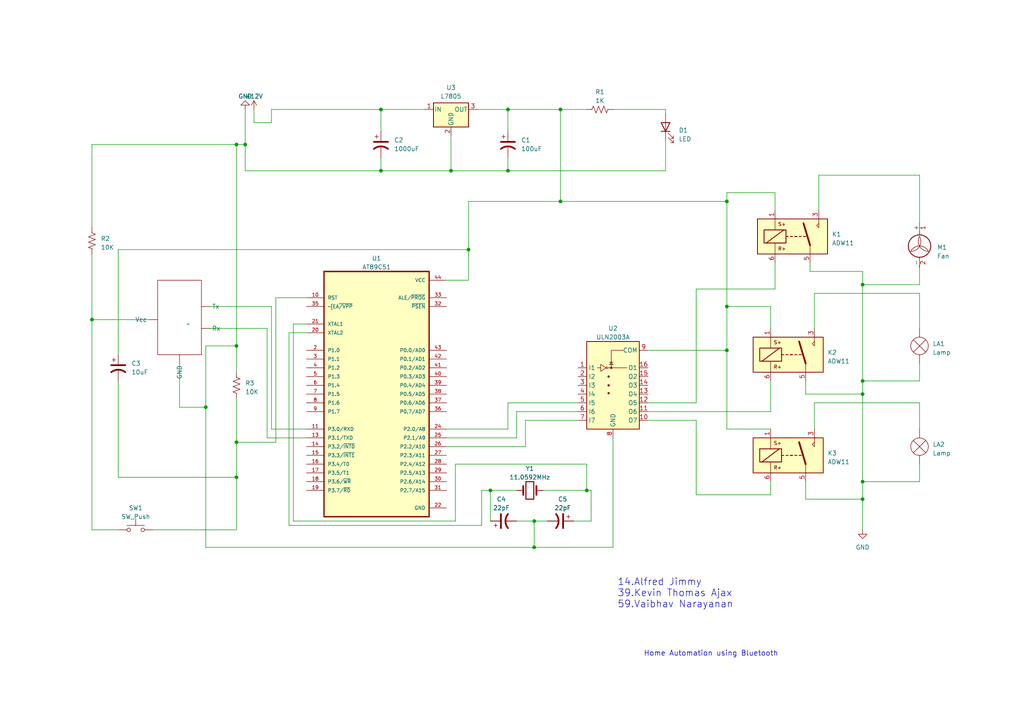
<source format=kicad_sch>
(kicad_sch (version 20230121) (generator eeschema)

  (uuid 80294982-69fe-462c-91ac-efc323bff82d)

  (paper "A4")

  (lib_symbols
    (symbol "AT89C51:AT89C51" (pin_names (offset 1.016)) (in_bom yes) (on_board yes)
      (property "Reference" "U" (at -15.24 36.83 0)
        (effects (font (size 1.27 1.27)) (justify left bottom))
      )
      (property "Value" "AT89C51" (at -15.24 -36.83 0)
        (effects (font (size 1.27 1.27)) (justify left top))
      )
      (property "Footprint" "PLCC127P1755X1755X457-44N" (at 0 0 0)
        (effects (font (size 1.27 1.27)) (justify bottom) hide)
      )
      (property "Datasheet" "" (at 0 0 0)
        (effects (font (size 1.27 1.27)) hide)
      )
      (property "STANDARD" "IPC 7351B" (at 0 0 0)
        (effects (font (size 1.27 1.27)) (justify bottom) hide)
      )
      (property "MAXIMUM_PACKAGE_HEIGHT" "4.57 mm" (at 0 0 0)
        (effects (font (size 1.27 1.27)) (justify bottom) hide)
      )
      (property "MANUFACTURER" "Microchip" (at 0 0 0)
        (effects (font (size 1.27 1.27)) (justify bottom) hide)
      )
      (property "PARTREV" "0265G-02/00" (at 0 0 0)
        (effects (font (size 1.27 1.27)) (justify bottom) hide)
      )
      (symbol "AT89C51_0_0"
        (rectangle (start -15.24 -35.56) (end 15.24 35.56)
          (stroke (width 0.4064) (type default))
          (fill (type background))
        )
        (pin input line (at -20.32 27.94 0) (length 5.08)
          (name "RST" (effects (font (size 1.016 1.016))))
          (number "10" (effects (font (size 1.016 1.016))))
        )
        (pin bidirectional line (at -20.32 -10.16 0) (length 5.08)
          (name "P3.0/RXD" (effects (font (size 1.016 1.016))))
          (number "11" (effects (font (size 1.016 1.016))))
        )
        (pin bidirectional line (at -20.32 -12.7 0) (length 5.08)
          (name "P3.1/TXD" (effects (font (size 1.016 1.016))))
          (number "13" (effects (font (size 1.016 1.016))))
        )
        (pin bidirectional line (at -20.32 -15.24 0) (length 5.08)
          (name "P3.2/~{INT0}" (effects (font (size 1.016 1.016))))
          (number "14" (effects (font (size 1.016 1.016))))
        )
        (pin bidirectional line (at -20.32 -17.78 0) (length 5.08)
          (name "P3.3/~{INT1}" (effects (font (size 1.016 1.016))))
          (number "15" (effects (font (size 1.016 1.016))))
        )
        (pin bidirectional line (at -20.32 -20.32 0) (length 5.08)
          (name "P3.4/T0" (effects (font (size 1.016 1.016))))
          (number "16" (effects (font (size 1.016 1.016))))
        )
        (pin bidirectional line (at -20.32 -22.86 0) (length 5.08)
          (name "P3.5/T1" (effects (font (size 1.016 1.016))))
          (number "17" (effects (font (size 1.016 1.016))))
        )
        (pin bidirectional line (at -20.32 -25.4 0) (length 5.08)
          (name "P3.6/~{WR}" (effects (font (size 1.016 1.016))))
          (number "18" (effects (font (size 1.016 1.016))))
        )
        (pin bidirectional line (at -20.32 -27.94 0) (length 5.08)
          (name "P3.7/~{RD}" (effects (font (size 1.016 1.016))))
          (number "19" (effects (font (size 1.016 1.016))))
        )
        (pin bidirectional line (at -20.32 12.7 0) (length 5.08)
          (name "P1.0" (effects (font (size 1.016 1.016))))
          (number "2" (effects (font (size 1.016 1.016))))
        )
        (pin output line (at -20.32 17.78 0) (length 5.08)
          (name "XTAL2" (effects (font (size 1.016 1.016))))
          (number "20" (effects (font (size 1.016 1.016))))
        )
        (pin input line (at -20.32 20.32 0) (length 5.08)
          (name "XTAL1" (effects (font (size 1.016 1.016))))
          (number "21" (effects (font (size 1.016 1.016))))
        )
        (pin power_in line (at 20.32 -33.02 180) (length 5.08)
          (name "GND" (effects (font (size 1.016 1.016))))
          (number "22" (effects (font (size 1.016 1.016))))
        )
        (pin bidirectional line (at 20.32 -10.16 180) (length 5.08)
          (name "P2.0/A8" (effects (font (size 1.016 1.016))))
          (number "24" (effects (font (size 1.016 1.016))))
        )
        (pin bidirectional line (at 20.32 -12.7 180) (length 5.08)
          (name "P2.1/A9" (effects (font (size 1.016 1.016))))
          (number "25" (effects (font (size 1.016 1.016))))
        )
        (pin bidirectional line (at 20.32 -15.24 180) (length 5.08)
          (name "P2.2/A10" (effects (font (size 1.016 1.016))))
          (number "26" (effects (font (size 1.016 1.016))))
        )
        (pin bidirectional line (at 20.32 -17.78 180) (length 5.08)
          (name "P2.3/A11" (effects (font (size 1.016 1.016))))
          (number "27" (effects (font (size 1.016 1.016))))
        )
        (pin bidirectional line (at 20.32 -20.32 180) (length 5.08)
          (name "P2.4/A12" (effects (font (size 1.016 1.016))))
          (number "28" (effects (font (size 1.016 1.016))))
        )
        (pin bidirectional line (at 20.32 -22.86 180) (length 5.08)
          (name "P2.5/A13" (effects (font (size 1.016 1.016))))
          (number "29" (effects (font (size 1.016 1.016))))
        )
        (pin bidirectional line (at -20.32 10.16 0) (length 5.08)
          (name "P1.1" (effects (font (size 1.016 1.016))))
          (number "3" (effects (font (size 1.016 1.016))))
        )
        (pin bidirectional line (at 20.32 -25.4 180) (length 5.08)
          (name "P2.6/A14" (effects (font (size 1.016 1.016))))
          (number "30" (effects (font (size 1.016 1.016))))
        )
        (pin bidirectional line (at 20.32 -27.94 180) (length 5.08)
          (name "P2.7/A15" (effects (font (size 1.016 1.016))))
          (number "31" (effects (font (size 1.016 1.016))))
        )
        (pin output line (at 20.32 25.4 180) (length 5.08)
          (name "~{PSEN}" (effects (font (size 1.016 1.016))))
          (number "32" (effects (font (size 1.016 1.016))))
        )
        (pin output line (at 20.32 27.94 180) (length 5.08)
          (name "ALE/~{PROG}" (effects (font (size 1.016 1.016))))
          (number "33" (effects (font (size 1.016 1.016))))
        )
        (pin input line (at -20.32 25.4 0) (length 5.08)
          (name "~{EA~{/VPP}" (effects (font (size 1.016 1.016))))
          (number "35" (effects (font (size 1.016 1.016))))
        )
        (pin bidirectional line (at 20.32 -5.08 180) (length 5.08)
          (name "P0.7/AD7" (effects (font (size 1.016 1.016))))
          (number "36" (effects (font (size 1.016 1.016))))
        )
        (pin bidirectional line (at 20.32 -2.54 180) (length 5.08)
          (name "P0.6/AD6" (effects (font (size 1.016 1.016))))
          (number "37" (effects (font (size 1.016 1.016))))
        )
        (pin bidirectional line (at 20.32 0 180) (length 5.08)
          (name "P0.5/AD5" (effects (font (size 1.016 1.016))))
          (number "38" (effects (font (size 1.016 1.016))))
        )
        (pin bidirectional line (at 20.32 2.54 180) (length 5.08)
          (name "P0.4/AD4" (effects (font (size 1.016 1.016))))
          (number "39" (effects (font (size 1.016 1.016))))
        )
        (pin bidirectional line (at -20.32 7.62 0) (length 5.08)
          (name "P1.2" (effects (font (size 1.016 1.016))))
          (number "4" (effects (font (size 1.016 1.016))))
        )
        (pin bidirectional line (at 20.32 5.08 180) (length 5.08)
          (name "P0.3/AD3" (effects (font (size 1.016 1.016))))
          (number "40" (effects (font (size 1.016 1.016))))
        )
        (pin bidirectional line (at 20.32 7.62 180) (length 5.08)
          (name "P0.2/AD2" (effects (font (size 1.016 1.016))))
          (number "41" (effects (font (size 1.016 1.016))))
        )
        (pin bidirectional line (at 20.32 10.16 180) (length 5.08)
          (name "P0.1/AD1" (effects (font (size 1.016 1.016))))
          (number "42" (effects (font (size 1.016 1.016))))
        )
        (pin bidirectional line (at 20.32 12.7 180) (length 5.08)
          (name "P0.0/AD0" (effects (font (size 1.016 1.016))))
          (number "43" (effects (font (size 1.016 1.016))))
        )
        (pin power_in line (at 20.32 33.02 180) (length 5.08)
          (name "VCC" (effects (font (size 1.016 1.016))))
          (number "44" (effects (font (size 1.016 1.016))))
        )
        (pin bidirectional line (at -20.32 5.08 0) (length 5.08)
          (name "P1.3" (effects (font (size 1.016 1.016))))
          (number "5" (effects (font (size 1.016 1.016))))
        )
        (pin bidirectional line (at -20.32 2.54 0) (length 5.08)
          (name "P1.4" (effects (font (size 1.016 1.016))))
          (number "6" (effects (font (size 1.016 1.016))))
        )
        (pin bidirectional line (at -20.32 0 0) (length 5.08)
          (name "P1.5" (effects (font (size 1.016 1.016))))
          (number "7" (effects (font (size 1.016 1.016))))
        )
        (pin bidirectional line (at -20.32 -2.54 0) (length 5.08)
          (name "P1.6" (effects (font (size 1.016 1.016))))
          (number "8" (effects (font (size 1.016 1.016))))
        )
        (pin bidirectional line (at -20.32 -5.08 0) (length 5.08)
          (name "P1.7" (effects (font (size 1.016 1.016))))
          (number "9" (effects (font (size 1.016 1.016))))
        )
      )
    )
    (symbol "Device:C_Polarized_US" (pin_numbers hide) (pin_names (offset 0.254) hide) (in_bom yes) (on_board yes)
      (property "Reference" "C" (at 0.635 2.54 0)
        (effects (font (size 1.27 1.27)) (justify left))
      )
      (property "Value" "C_Polarized_US" (at 0.635 -2.54 0)
        (effects (font (size 1.27 1.27)) (justify left))
      )
      (property "Footprint" "" (at 0 0 0)
        (effects (font (size 1.27 1.27)) hide)
      )
      (property "Datasheet" "~" (at 0 0 0)
        (effects (font (size 1.27 1.27)) hide)
      )
      (property "ki_keywords" "cap capacitor" (at 0 0 0)
        (effects (font (size 1.27 1.27)) hide)
      )
      (property "ki_description" "Polarized capacitor, US symbol" (at 0 0 0)
        (effects (font (size 1.27 1.27)) hide)
      )
      (property "ki_fp_filters" "CP_*" (at 0 0 0)
        (effects (font (size 1.27 1.27)) hide)
      )
      (symbol "C_Polarized_US_0_1"
        (polyline
          (pts
            (xy -2.032 0.762)
            (xy 2.032 0.762)
          )
          (stroke (width 0.508) (type default))
          (fill (type none))
        )
        (polyline
          (pts
            (xy -1.778 2.286)
            (xy -0.762 2.286)
          )
          (stroke (width 0) (type default))
          (fill (type none))
        )
        (polyline
          (pts
            (xy -1.27 1.778)
            (xy -1.27 2.794)
          )
          (stroke (width 0) (type default))
          (fill (type none))
        )
        (arc (start 2.032 -1.27) (mid 0 -0.5572) (end -2.032 -1.27)
          (stroke (width 0.508) (type default))
          (fill (type none))
        )
      )
      (symbol "C_Polarized_US_1_1"
        (pin passive line (at 0 3.81 270) (length 2.794)
          (name "~" (effects (font (size 1.27 1.27))))
          (number "1" (effects (font (size 1.27 1.27))))
        )
        (pin passive line (at 0 -3.81 90) (length 3.302)
          (name "~" (effects (font (size 1.27 1.27))))
          (number "2" (effects (font (size 1.27 1.27))))
        )
      )
    )
    (symbol "Device:Crystal" (pin_numbers hide) (pin_names (offset 1.016) hide) (in_bom yes) (on_board yes)
      (property "Reference" "Y" (at 0 3.81 0)
        (effects (font (size 1.27 1.27)))
      )
      (property "Value" "Crystal" (at 0 -3.81 0)
        (effects (font (size 1.27 1.27)))
      )
      (property "Footprint" "" (at 0 0 0)
        (effects (font (size 1.27 1.27)) hide)
      )
      (property "Datasheet" "~" (at 0 0 0)
        (effects (font (size 1.27 1.27)) hide)
      )
      (property "ki_keywords" "quartz ceramic resonator oscillator" (at 0 0 0)
        (effects (font (size 1.27 1.27)) hide)
      )
      (property "ki_description" "Two pin crystal" (at 0 0 0)
        (effects (font (size 1.27 1.27)) hide)
      )
      (property "ki_fp_filters" "Crystal*" (at 0 0 0)
        (effects (font (size 1.27 1.27)) hide)
      )
      (symbol "Crystal_0_1"
        (rectangle (start -1.143 2.54) (end 1.143 -2.54)
          (stroke (width 0.3048) (type default))
          (fill (type none))
        )
        (polyline
          (pts
            (xy -2.54 0)
            (xy -1.905 0)
          )
          (stroke (width 0) (type default))
          (fill (type none))
        )
        (polyline
          (pts
            (xy -1.905 -1.27)
            (xy -1.905 1.27)
          )
          (stroke (width 0.508) (type default))
          (fill (type none))
        )
        (polyline
          (pts
            (xy 1.905 -1.27)
            (xy 1.905 1.27)
          )
          (stroke (width 0.508) (type default))
          (fill (type none))
        )
        (polyline
          (pts
            (xy 2.54 0)
            (xy 1.905 0)
          )
          (stroke (width 0) (type default))
          (fill (type none))
        )
      )
      (symbol "Crystal_1_1"
        (pin passive line (at -3.81 0 0) (length 1.27)
          (name "1" (effects (font (size 1.27 1.27))))
          (number "1" (effects (font (size 1.27 1.27))))
        )
        (pin passive line (at 3.81 0 180) (length 1.27)
          (name "2" (effects (font (size 1.27 1.27))))
          (number "2" (effects (font (size 1.27 1.27))))
        )
      )
    )
    (symbol "Device:LED" (pin_numbers hide) (pin_names (offset 1.016) hide) (in_bom yes) (on_board yes)
      (property "Reference" "D" (at 0 2.54 0)
        (effects (font (size 1.27 1.27)))
      )
      (property "Value" "LED" (at 0 -2.54 0)
        (effects (font (size 1.27 1.27)))
      )
      (property "Footprint" "" (at 0 0 0)
        (effects (font (size 1.27 1.27)) hide)
      )
      (property "Datasheet" "~" (at 0 0 0)
        (effects (font (size 1.27 1.27)) hide)
      )
      (property "ki_keywords" "LED diode" (at 0 0 0)
        (effects (font (size 1.27 1.27)) hide)
      )
      (property "ki_description" "Light emitting diode" (at 0 0 0)
        (effects (font (size 1.27 1.27)) hide)
      )
      (property "ki_fp_filters" "LED* LED_SMD:* LED_THT:*" (at 0 0 0)
        (effects (font (size 1.27 1.27)) hide)
      )
      (symbol "LED_0_1"
        (polyline
          (pts
            (xy -1.27 -1.27)
            (xy -1.27 1.27)
          )
          (stroke (width 0.254) (type default))
          (fill (type none))
        )
        (polyline
          (pts
            (xy -1.27 0)
            (xy 1.27 0)
          )
          (stroke (width 0) (type default))
          (fill (type none))
        )
        (polyline
          (pts
            (xy 1.27 -1.27)
            (xy 1.27 1.27)
            (xy -1.27 0)
            (xy 1.27 -1.27)
          )
          (stroke (width 0.254) (type default))
          (fill (type none))
        )
        (polyline
          (pts
            (xy -3.048 -0.762)
            (xy -4.572 -2.286)
            (xy -3.81 -2.286)
            (xy -4.572 -2.286)
            (xy -4.572 -1.524)
          )
          (stroke (width 0) (type default))
          (fill (type none))
        )
        (polyline
          (pts
            (xy -1.778 -0.762)
            (xy -3.302 -2.286)
            (xy -2.54 -2.286)
            (xy -3.302 -2.286)
            (xy -3.302 -1.524)
          )
          (stroke (width 0) (type default))
          (fill (type none))
        )
      )
      (symbol "LED_1_1"
        (pin passive line (at -3.81 0 0) (length 2.54)
          (name "K" (effects (font (size 1.27 1.27))))
          (number "1" (effects (font (size 1.27 1.27))))
        )
        (pin passive line (at 3.81 0 180) (length 2.54)
          (name "A" (effects (font (size 1.27 1.27))))
          (number "2" (effects (font (size 1.27 1.27))))
        )
      )
    )
    (symbol "Device:Lamp" (pin_numbers hide) (pin_names (offset 0.0254) hide) (in_bom yes) (on_board yes)
      (property "Reference" "LA" (at 0.635 3.81 0)
        (effects (font (size 1.27 1.27)) (justify left))
      )
      (property "Value" "Lamp" (at 0.635 -3.81 0)
        (effects (font (size 1.27 1.27)) (justify left))
      )
      (property "Footprint" "" (at 0 2.54 90)
        (effects (font (size 1.27 1.27)) hide)
      )
      (property "Datasheet" "~" (at 0 2.54 90)
        (effects (font (size 1.27 1.27)) hide)
      )
      (property "ki_keywords" "lamp" (at 0 0 0)
        (effects (font (size 1.27 1.27)) hide)
      )
      (property "ki_description" "Lamp" (at 0 0 0)
        (effects (font (size 1.27 1.27)) hide)
      )
      (symbol "Lamp_0_1"
        (polyline
          (pts
            (xy -1.778 1.778)
            (xy 1.778 -1.778)
          )
          (stroke (width 0) (type default))
          (fill (type none))
        )
        (polyline
          (pts
            (xy 1.778 1.778)
            (xy -1.778 -1.778)
          )
          (stroke (width 0) (type default))
          (fill (type none))
        )
        (circle (center 0 0) (radius 2.54)
          (stroke (width 0) (type default))
          (fill (type none))
        )
      )
      (symbol "Lamp_1_1"
        (pin passive line (at 0 -5.08 90) (length 2.54)
          (name "-" (effects (font (size 1.27 1.27))))
          (number "1" (effects (font (size 1.27 1.27))))
        )
        (pin passive line (at 0 5.08 270) (length 2.54)
          (name "+" (effects (font (size 1.27 1.27))))
          (number "2" (effects (font (size 1.27 1.27))))
        )
      )
    )
    (symbol "Device:R_US" (pin_numbers hide) (pin_names (offset 0)) (in_bom yes) (on_board yes)
      (property "Reference" "R" (at 2.54 0 90)
        (effects (font (size 1.27 1.27)))
      )
      (property "Value" "R_US" (at -2.54 0 90)
        (effects (font (size 1.27 1.27)))
      )
      (property "Footprint" "" (at 1.016 -0.254 90)
        (effects (font (size 1.27 1.27)) hide)
      )
      (property "Datasheet" "~" (at 0 0 0)
        (effects (font (size 1.27 1.27)) hide)
      )
      (property "ki_keywords" "R res resistor" (at 0 0 0)
        (effects (font (size 1.27 1.27)) hide)
      )
      (property "ki_description" "Resistor, US symbol" (at 0 0 0)
        (effects (font (size 1.27 1.27)) hide)
      )
      (property "ki_fp_filters" "R_*" (at 0 0 0)
        (effects (font (size 1.27 1.27)) hide)
      )
      (symbol "R_US_0_1"
        (polyline
          (pts
            (xy 0 -2.286)
            (xy 0 -2.54)
          )
          (stroke (width 0) (type default))
          (fill (type none))
        )
        (polyline
          (pts
            (xy 0 2.286)
            (xy 0 2.54)
          )
          (stroke (width 0) (type default))
          (fill (type none))
        )
        (polyline
          (pts
            (xy 0 -0.762)
            (xy 1.016 -1.143)
            (xy 0 -1.524)
            (xy -1.016 -1.905)
            (xy 0 -2.286)
          )
          (stroke (width 0) (type default))
          (fill (type none))
        )
        (polyline
          (pts
            (xy 0 0.762)
            (xy 1.016 0.381)
            (xy 0 0)
            (xy -1.016 -0.381)
            (xy 0 -0.762)
          )
          (stroke (width 0) (type default))
          (fill (type none))
        )
        (polyline
          (pts
            (xy 0 2.286)
            (xy 1.016 1.905)
            (xy 0 1.524)
            (xy -1.016 1.143)
            (xy 0 0.762)
          )
          (stroke (width 0) (type default))
          (fill (type none))
        )
      )
      (symbol "R_US_1_1"
        (pin passive line (at 0 3.81 270) (length 1.27)
          (name "~" (effects (font (size 1.27 1.27))))
          (number "1" (effects (font (size 1.27 1.27))))
        )
        (pin passive line (at 0 -3.81 90) (length 1.27)
          (name "~" (effects (font (size 1.27 1.27))))
          (number "2" (effects (font (size 1.27 1.27))))
        )
      )
    )
    (symbol "Motor:Fan" (pin_names (offset 0)) (in_bom yes) (on_board yes)
      (property "Reference" "M" (at 2.54 5.08 0)
        (effects (font (size 1.27 1.27)) (justify left))
      )
      (property "Value" "Fan" (at 2.54 -2.54 0)
        (effects (font (size 1.27 1.27)) (justify left top))
      )
      (property "Footprint" "" (at 0 0.254 0)
        (effects (font (size 1.27 1.27)) hide)
      )
      (property "Datasheet" "~" (at 0 0.254 0)
        (effects (font (size 1.27 1.27)) hide)
      )
      (property "ki_keywords" "Fan Motor" (at 0 0 0)
        (effects (font (size 1.27 1.27)) hide)
      )
      (property "ki_description" "Fan" (at 0 0 0)
        (effects (font (size 1.27 1.27)) hide)
      )
      (property "ki_fp_filters" "PinHeader*P2.54mm* TerminalBlock*" (at 0 0 0)
        (effects (font (size 1.27 1.27)) hide)
      )
      (symbol "Fan_0_1"
        (arc (start -2.54 -0.508) (mid 0.0028 0.9121) (end 0 3.81)
          (stroke (width 0) (type default))
          (fill (type none))
        )
        (polyline
          (pts
            (xy 0 -5.08)
            (xy 0 -4.572)
          )
          (stroke (width 0) (type default))
          (fill (type none))
        )
        (polyline
          (pts
            (xy 0 -2.2352)
            (xy 0 -2.6416)
          )
          (stroke (width 0) (type default))
          (fill (type none))
        )
        (polyline
          (pts
            (xy 0 4.2672)
            (xy 0 4.6228)
          )
          (stroke (width 0) (type default))
          (fill (type none))
        )
        (polyline
          (pts
            (xy 0 4.572)
            (xy 0 5.08)
          )
          (stroke (width 0) (type default))
          (fill (type none))
        )
        (circle (center 0 1.016) (radius 3.2512)
          (stroke (width 0.254) (type default))
          (fill (type none))
        )
        (arc (start 0 3.81) (mid 0.053 0.921) (end 2.54 -0.508)
          (stroke (width 0) (type default))
          (fill (type none))
        )
        (arc (start 2.54 -0.508) (mid 0 1.0618) (end -2.54 -0.508)
          (stroke (width 0) (type default))
          (fill (type none))
        )
      )
      (symbol "Fan_1_1"
        (pin passive line (at 0 7.62 270) (length 2.54)
          (name "+" (effects (font (size 1.27 1.27))))
          (number "1" (effects (font (size 1.27 1.27))))
        )
        (pin passive line (at 0 -5.08 90) (length 2.54)
          (name "-" (effects (font (size 1.27 1.27))))
          (number "2" (effects (font (size 1.27 1.27))))
        )
      )
    )
    (symbol "New_Library:Bluetooth_Module" (in_bom yes) (on_board yes)
      (property "Reference" "HC05" (at 0 0 0)
        (effects (font (size 1.27 1.27)))
      )
      (property "Value" "" (at 2.54 -1.27 0)
        (effects (font (size 1.27 1.27)))
      )
      (property "Footprint" "" (at 2.54 -1.27 0)
        (effects (font (size 1.27 1.27)) hide)
      )
      (property "Datasheet" "" (at 2.54 -1.27 0)
        (effects (font (size 1.27 1.27)) hide)
      )
      (symbol "Bluetooth_Module_0_1"
        (rectangle (start -6.35 11.43) (end 6.35 -10.16)
          (stroke (width 0) (type default))
          (fill (type none))
        )
      )
      (symbol "Bluetooth_Module_1_1"
        (pin unspecified line (at 0 -10.16 270) (length 2.54)
          (name "GND" (effects (font (size 1.27 1.27))))
          (number "" (effects (font (size 1.27 1.27))))
        )
        (pin unspecified line (at 6.35 -2.54 0) (length 2.54)
          (name "Rx" (effects (font (size 1.27 1.27))))
          (number "" (effects (font (size 1.27 1.27))))
        )
        (pin unspecified line (at 6.35 3.81 0) (length 2.54)
          (name "Tx" (effects (font (size 1.27 1.27))))
          (number "" (effects (font (size 1.27 1.27))))
        )
        (pin power_in line (at -6.35 0 180) (length 2.54)
          (name "Vcc" (effects (font (size 1.27 1.27))))
          (number "" (effects (font (size 1.27 1.27))))
        )
      )
    )
    (symbol "Regulator_Linear:L7805" (pin_names (offset 0.254)) (in_bom yes) (on_board yes)
      (property "Reference" "U" (at -3.81 3.175 0)
        (effects (font (size 1.27 1.27)))
      )
      (property "Value" "L7805" (at 0 3.175 0)
        (effects (font (size 1.27 1.27)) (justify left))
      )
      (property "Footprint" "" (at 0.635 -3.81 0)
        (effects (font (size 1.27 1.27) italic) (justify left) hide)
      )
      (property "Datasheet" "http://www.st.com/content/ccc/resource/technical/document/datasheet/41/4f/b3/b0/12/d4/47/88/CD00000444.pdf/files/CD00000444.pdf/jcr:content/translations/en.CD00000444.pdf" (at 0 -1.27 0)
        (effects (font (size 1.27 1.27)) hide)
      )
      (property "ki_keywords" "Voltage Regulator 1.5A Positive" (at 0 0 0)
        (effects (font (size 1.27 1.27)) hide)
      )
      (property "ki_description" "Positive 1.5A 35V Linear Regulator, Fixed Output 5V, TO-220/TO-263/TO-252" (at 0 0 0)
        (effects (font (size 1.27 1.27)) hide)
      )
      (property "ki_fp_filters" "TO?252* TO?263* TO?220*" (at 0 0 0)
        (effects (font (size 1.27 1.27)) hide)
      )
      (symbol "L7805_0_1"
        (rectangle (start -5.08 1.905) (end 5.08 -5.08)
          (stroke (width 0.254) (type default))
          (fill (type background))
        )
      )
      (symbol "L7805_1_1"
        (pin power_in line (at -7.62 0 0) (length 2.54)
          (name "IN" (effects (font (size 1.27 1.27))))
          (number "1" (effects (font (size 1.27 1.27))))
        )
        (pin power_in line (at 0 -7.62 90) (length 2.54)
          (name "GND" (effects (font (size 1.27 1.27))))
          (number "2" (effects (font (size 1.27 1.27))))
        )
        (pin power_out line (at 7.62 0 180) (length 2.54)
          (name "OUT" (effects (font (size 1.27 1.27))))
          (number "3" (effects (font (size 1.27 1.27))))
        )
      )
    )
    (symbol "Relay:ADW11" (in_bom yes) (on_board yes)
      (property "Reference" "K" (at 11.43 3.81 0)
        (effects (font (size 1.27 1.27)))
      )
      (property "Value" "ADW11" (at 13.97 1.27 0)
        (effects (font (size 1.27 1.27)))
      )
      (property "Footprint" "Relay_THT:Relay_1P1T_NO_10x24x18.8mm_Panasonic_ADW11xxxxW_THT" (at 33.655 -1.27 0)
        (effects (font (size 1.27 1.27)) hide)
      )
      (property "Datasheet" "https://www.panasonic-electric-works.com/pew/es/downloads/ds_dw_hl_en.pdf" (at 0 0 0)
        (effects (font (size 1.27 1.27)) hide)
      )
      (property "ki_keywords" "SPST 1P1T" (at 0 0 0)
        (effects (font (size 1.27 1.27)) hide)
      )
      (property "ki_description" "Panasonic, 8A/16A, Small Polarized Latching Power Relays, Single coil, 1 Form A" (at 0 0 0)
        (effects (font (size 1.27 1.27)) hide)
      )
      (property "ki_fp_filters" "Relay*1P1T*NO*Panasonic*ADW11xxxxW*" (at 0 0 0)
        (effects (font (size 1.27 1.27)) hide)
      )
      (symbol "ADW11_1_1"
        (rectangle (start -10.16 5.08) (end 10.16 -5.08)
          (stroke (width 0.254) (type default))
          (fill (type background))
        )
        (rectangle (start -8.255 1.905) (end -1.905 -1.905)
          (stroke (width 0.254) (type default))
          (fill (type none))
        )
        (polyline
          (pts
            (xy -7.62 -1.905)
            (xy -2.54 1.905)
          )
          (stroke (width 0.254) (type default))
          (fill (type none))
        )
        (polyline
          (pts
            (xy -5.08 -5.08)
            (xy -5.08 -1.905)
          )
          (stroke (width 0) (type default))
          (fill (type none))
        )
        (polyline
          (pts
            (xy -5.08 5.08)
            (xy -5.08 1.905)
          )
          (stroke (width 0) (type default))
          (fill (type none))
        )
        (polyline
          (pts
            (xy -1.905 0)
            (xy -1.27 0)
          )
          (stroke (width 0.254) (type default))
          (fill (type none))
        )
        (polyline
          (pts
            (xy -0.635 0)
            (xy 0 0)
          )
          (stroke (width 0.254) (type default))
          (fill (type none))
        )
        (polyline
          (pts
            (xy 0.635 0)
            (xy 1.27 0)
          )
          (stroke (width 0.254) (type default))
          (fill (type none))
        )
        (polyline
          (pts
            (xy 0.635 0)
            (xy 1.27 0)
          )
          (stroke (width 0.254) (type default))
          (fill (type none))
        )
        (polyline
          (pts
            (xy 1.905 0)
            (xy 2.54 0)
          )
          (stroke (width 0.254) (type default))
          (fill (type none))
        )
        (polyline
          (pts
            (xy 3.175 0)
            (xy 3.81 0)
          )
          (stroke (width 0.254) (type default))
          (fill (type none))
        )
        (polyline
          (pts
            (xy 5.08 -2.54)
            (xy 3.175 3.81)
          )
          (stroke (width 0.508) (type default))
          (fill (type none))
        )
        (polyline
          (pts
            (xy 5.08 -2.54)
            (xy 5.08 -5.08)
          )
          (stroke (width 0) (type default))
          (fill (type none))
        )
        (polyline
          (pts
            (xy 7.62 3.81)
            (xy 7.62 5.08)
          )
          (stroke (width 0) (type default))
          (fill (type none))
        )
        (polyline
          (pts
            (xy 7.62 3.81)
            (xy 7.62 2.54)
            (xy 6.985 3.175)
            (xy 7.62 3.81)
          )
          (stroke (width 0) (type default))
          (fill (type none))
        )
        (text "R+" (at -3.048 -3.556 0)
          (effects (font (size 1.016 1.016)))
        )
        (text "S+" (at -3.048 3.556 0)
          (effects (font (size 1.016 1.016)))
        )
        (pin passive line (at -5.08 7.62 270) (length 2.54)
          (name "~" (effects (font (size 1.27 1.27))))
          (number "1" (effects (font (size 1.27 1.27))))
        )
        (pin passive line (at 7.62 7.62 270) (length 2.54)
          (name "~" (effects (font (size 1.27 1.27))))
          (number "3" (effects (font (size 1.27 1.27))))
        )
        (pin passive line (at 5.08 -7.62 90) (length 2.54)
          (name "~" (effects (font (size 1.27 1.27))))
          (number "5" (effects (font (size 1.27 1.27))))
        )
        (pin passive line (at -5.08 -7.62 90) (length 2.54)
          (name "~" (effects (font (size 1.27 1.27))))
          (number "6" (effects (font (size 1.27 1.27))))
        )
      )
    )
    (symbol "Switch:SW_Push" (pin_numbers hide) (pin_names (offset 1.016) hide) (in_bom yes) (on_board yes)
      (property "Reference" "SW" (at 1.27 2.54 0)
        (effects (font (size 1.27 1.27)) (justify left))
      )
      (property "Value" "SW_Push" (at 0 -1.524 0)
        (effects (font (size 1.27 1.27)))
      )
      (property "Footprint" "" (at 0 5.08 0)
        (effects (font (size 1.27 1.27)) hide)
      )
      (property "Datasheet" "~" (at 0 5.08 0)
        (effects (font (size 1.27 1.27)) hide)
      )
      (property "ki_keywords" "switch normally-open pushbutton push-button" (at 0 0 0)
        (effects (font (size 1.27 1.27)) hide)
      )
      (property "ki_description" "Push button switch, generic, two pins" (at 0 0 0)
        (effects (font (size 1.27 1.27)) hide)
      )
      (symbol "SW_Push_0_1"
        (circle (center -2.032 0) (radius 0.508)
          (stroke (width 0) (type default))
          (fill (type none))
        )
        (polyline
          (pts
            (xy 0 1.27)
            (xy 0 3.048)
          )
          (stroke (width 0) (type default))
          (fill (type none))
        )
        (polyline
          (pts
            (xy 2.54 1.27)
            (xy -2.54 1.27)
          )
          (stroke (width 0) (type default))
          (fill (type none))
        )
        (circle (center 2.032 0) (radius 0.508)
          (stroke (width 0) (type default))
          (fill (type none))
        )
        (pin passive line (at -5.08 0 0) (length 2.54)
          (name "1" (effects (font (size 1.27 1.27))))
          (number "1" (effects (font (size 1.27 1.27))))
        )
        (pin passive line (at 5.08 0 180) (length 2.54)
          (name "2" (effects (font (size 1.27 1.27))))
          (number "2" (effects (font (size 1.27 1.27))))
        )
      )
    )
    (symbol "Transistor_Array:ULN2003A" (in_bom yes) (on_board yes)
      (property "Reference" "U" (at 0 15.875 0)
        (effects (font (size 1.27 1.27)))
      )
      (property "Value" "ULN2003A" (at 0 13.97 0)
        (effects (font (size 1.27 1.27)))
      )
      (property "Footprint" "" (at 1.27 -13.97 0)
        (effects (font (size 1.27 1.27)) (justify left) hide)
      )
      (property "Datasheet" "http://www.ti.com/lit/ds/symlink/uln2003a.pdf" (at 2.54 -5.08 0)
        (effects (font (size 1.27 1.27)) hide)
      )
      (property "ki_keywords" "darlington transistor array" (at 0 0 0)
        (effects (font (size 1.27 1.27)) hide)
      )
      (property "ki_description" "High Voltage, High Current Darlington Transistor Arrays, SOIC16/SOIC16W/DIP16/TSSOP16" (at 0 0 0)
        (effects (font (size 1.27 1.27)) hide)
      )
      (property "ki_fp_filters" "DIP*W7.62mm* SOIC*3.9x9.9mm*P1.27mm* SSOP*4.4x5.2mm*P0.65mm* TSSOP*4.4x5mm*P0.65mm* SOIC*W*5.3x10.2mm*P1.27mm*" (at 0 0 0)
        (effects (font (size 1.27 1.27)) hide)
      )
      (symbol "ULN2003A_0_1"
        (rectangle (start -7.62 -12.7) (end 7.62 12.7)
          (stroke (width 0.254) (type default))
          (fill (type background))
        )
        (circle (center -1.778 5.08) (radius 0.254)
          (stroke (width 0) (type default))
          (fill (type none))
        )
        (circle (center -1.27 -2.286) (radius 0.254)
          (stroke (width 0) (type default))
          (fill (type outline))
        )
        (circle (center -1.27 0) (radius 0.254)
          (stroke (width 0) (type default))
          (fill (type outline))
        )
        (circle (center -1.27 2.54) (radius 0.254)
          (stroke (width 0) (type default))
          (fill (type outline))
        )
        (circle (center -0.508 5.08) (radius 0.254)
          (stroke (width 0) (type default))
          (fill (type outline))
        )
        (polyline
          (pts
            (xy -4.572 5.08)
            (xy -3.556 5.08)
          )
          (stroke (width 0) (type default))
          (fill (type none))
        )
        (polyline
          (pts
            (xy -1.524 5.08)
            (xy 4.064 5.08)
          )
          (stroke (width 0) (type default))
          (fill (type none))
        )
        (polyline
          (pts
            (xy 0 6.731)
            (xy -1.016 6.731)
          )
          (stroke (width 0) (type default))
          (fill (type none))
        )
        (polyline
          (pts
            (xy -0.508 5.08)
            (xy -0.508 10.16)
            (xy 2.921 10.16)
          )
          (stroke (width 0) (type default))
          (fill (type none))
        )
        (polyline
          (pts
            (xy -3.556 6.096)
            (xy -3.556 4.064)
            (xy -2.032 5.08)
            (xy -3.556 6.096)
          )
          (stroke (width 0) (type default))
          (fill (type none))
        )
        (polyline
          (pts
            (xy 0 5.969)
            (xy -1.016 5.969)
            (xy -0.508 6.731)
            (xy 0 5.969)
          )
          (stroke (width 0) (type default))
          (fill (type none))
        )
      )
      (symbol "ULN2003A_1_1"
        (pin input line (at -10.16 5.08 0) (length 2.54)
          (name "I1" (effects (font (size 1.27 1.27))))
          (number "1" (effects (font (size 1.27 1.27))))
        )
        (pin open_collector line (at 10.16 -10.16 180) (length 2.54)
          (name "O7" (effects (font (size 1.27 1.27))))
          (number "10" (effects (font (size 1.27 1.27))))
        )
        (pin open_collector line (at 10.16 -7.62 180) (length 2.54)
          (name "O6" (effects (font (size 1.27 1.27))))
          (number "11" (effects (font (size 1.27 1.27))))
        )
        (pin open_collector line (at 10.16 -5.08 180) (length 2.54)
          (name "O5" (effects (font (size 1.27 1.27))))
          (number "12" (effects (font (size 1.27 1.27))))
        )
        (pin open_collector line (at 10.16 -2.54 180) (length 2.54)
          (name "O4" (effects (font (size 1.27 1.27))))
          (number "13" (effects (font (size 1.27 1.27))))
        )
        (pin open_collector line (at 10.16 0 180) (length 2.54)
          (name "O3" (effects (font (size 1.27 1.27))))
          (number "14" (effects (font (size 1.27 1.27))))
        )
        (pin open_collector line (at 10.16 2.54 180) (length 2.54)
          (name "O2" (effects (font (size 1.27 1.27))))
          (number "15" (effects (font (size 1.27 1.27))))
        )
        (pin open_collector line (at 10.16 5.08 180) (length 2.54)
          (name "O1" (effects (font (size 1.27 1.27))))
          (number "16" (effects (font (size 1.27 1.27))))
        )
        (pin input line (at -10.16 2.54 0) (length 2.54)
          (name "I2" (effects (font (size 1.27 1.27))))
          (number "2" (effects (font (size 1.27 1.27))))
        )
        (pin input line (at -10.16 0 0) (length 2.54)
          (name "I3" (effects (font (size 1.27 1.27))))
          (number "3" (effects (font (size 1.27 1.27))))
        )
        (pin input line (at -10.16 -2.54 0) (length 2.54)
          (name "I4" (effects (font (size 1.27 1.27))))
          (number "4" (effects (font (size 1.27 1.27))))
        )
        (pin input line (at -10.16 -5.08 0) (length 2.54)
          (name "I5" (effects (font (size 1.27 1.27))))
          (number "5" (effects (font (size 1.27 1.27))))
        )
        (pin input line (at -10.16 -7.62 0) (length 2.54)
          (name "I6" (effects (font (size 1.27 1.27))))
          (number "6" (effects (font (size 1.27 1.27))))
        )
        (pin input line (at -10.16 -10.16 0) (length 2.54)
          (name "I7" (effects (font (size 1.27 1.27))))
          (number "7" (effects (font (size 1.27 1.27))))
        )
        (pin power_in line (at 0 -15.24 90) (length 2.54)
          (name "GND" (effects (font (size 1.27 1.27))))
          (number "8" (effects (font (size 1.27 1.27))))
        )
        (pin passive line (at 10.16 10.16 180) (length 2.54)
          (name "COM" (effects (font (size 1.27 1.27))))
          (number "9" (effects (font (size 1.27 1.27))))
        )
      )
    )
    (symbol "power:+12V" (power) (pin_names (offset 0)) (in_bom yes) (on_board yes)
      (property "Reference" "#PWR" (at 0 -3.81 0)
        (effects (font (size 1.27 1.27)) hide)
      )
      (property "Value" "+12V" (at 0 3.556 0)
        (effects (font (size 1.27 1.27)))
      )
      (property "Footprint" "" (at 0 0 0)
        (effects (font (size 1.27 1.27)) hide)
      )
      (property "Datasheet" "" (at 0 0 0)
        (effects (font (size 1.27 1.27)) hide)
      )
      (property "ki_keywords" "global power" (at 0 0 0)
        (effects (font (size 1.27 1.27)) hide)
      )
      (property "ki_description" "Power symbol creates a global label with name \"+12V\"" (at 0 0 0)
        (effects (font (size 1.27 1.27)) hide)
      )
      (symbol "+12V_0_1"
        (polyline
          (pts
            (xy -0.762 1.27)
            (xy 0 2.54)
          )
          (stroke (width 0) (type default))
          (fill (type none))
        )
        (polyline
          (pts
            (xy 0 0)
            (xy 0 2.54)
          )
          (stroke (width 0) (type default))
          (fill (type none))
        )
        (polyline
          (pts
            (xy 0 2.54)
            (xy 0.762 1.27)
          )
          (stroke (width 0) (type default))
          (fill (type none))
        )
      )
      (symbol "+12V_1_1"
        (pin power_in line (at 0 0 90) (length 0) hide
          (name "+12V" (effects (font (size 1.27 1.27))))
          (number "1" (effects (font (size 1.27 1.27))))
        )
      )
    )
    (symbol "power:GND" (power) (pin_names (offset 0)) (in_bom yes) (on_board yes)
      (property "Reference" "#PWR" (at 0 -6.35 0)
        (effects (font (size 1.27 1.27)) hide)
      )
      (property "Value" "GND" (at 0 -3.81 0)
        (effects (font (size 1.27 1.27)))
      )
      (property "Footprint" "" (at 0 0 0)
        (effects (font (size 1.27 1.27)) hide)
      )
      (property "Datasheet" "" (at 0 0 0)
        (effects (font (size 1.27 1.27)) hide)
      )
      (property "ki_keywords" "global power" (at 0 0 0)
        (effects (font (size 1.27 1.27)) hide)
      )
      (property "ki_description" "Power symbol creates a global label with name \"GND\" , ground" (at 0 0 0)
        (effects (font (size 1.27 1.27)) hide)
      )
      (symbol "GND_0_1"
        (polyline
          (pts
            (xy 0 0)
            (xy 0 -1.27)
            (xy 1.27 -1.27)
            (xy 0 -2.54)
            (xy -1.27 -1.27)
            (xy 0 -1.27)
          )
          (stroke (width 0) (type default))
          (fill (type none))
        )
      )
      (symbol "GND_1_1"
        (pin power_in line (at 0 0 270) (length 0) hide
          (name "GND" (effects (font (size 1.27 1.27))))
          (number "1" (effects (font (size 1.27 1.27))))
        )
      )
    )
  )

  (junction (at 162.56 31.75) (diameter 0) (color 0 0 0 0)
    (uuid 23adffb5-1aad-453e-9486-19b2cd62fc98)
  )
  (junction (at 162.56 58.42) (diameter 0) (color 0 0 0 0)
    (uuid 2921347b-4af6-4cfa-a537-2b8352ca34f4)
  )
  (junction (at 250.19 144.78) (diameter 0) (color 0 0 0 0)
    (uuid 319fdfbb-287b-4fb6-b62f-f28ad54bf81c)
  )
  (junction (at 142.24 142.24) (diameter 0) (color 0 0 0 0)
    (uuid 3a4fb81a-3fd0-4686-9add-99cba90e68e0)
  )
  (junction (at 147.32 31.75) (diameter 0) (color 0 0 0 0)
    (uuid 40ae680b-1f23-4fa0-baad-e053a690e5ba)
  )
  (junction (at 26.67 92.71) (diameter 0) (color 0 0 0 0)
    (uuid 42bb446b-7269-4206-a60f-d3fc1aa57756)
  )
  (junction (at 250.19 139.7) (diameter 0) (color 0 0 0 0)
    (uuid 5216f1ad-0ce3-4f0c-8e89-c7c001197200)
  )
  (junction (at 68.58 138.43) (diameter 0) (color 0 0 0 0)
    (uuid 53b4547b-7412-47fd-bbe2-aeae47251597)
  )
  (junction (at 250.19 82.55) (diameter 0) (color 0 0 0 0)
    (uuid 5b888513-592d-4d76-9626-3f73913b8987)
  )
  (junction (at 68.58 128.27) (diameter 0) (color 0 0 0 0)
    (uuid 5f1e1192-ca7f-4f46-902e-48d15a8e54ef)
  )
  (junction (at 59.69 118.11) (diameter 0) (color 0 0 0 0)
    (uuid 605ad881-d600-4a1e-a2f6-325f4cee3265)
  )
  (junction (at 68.58 100.33) (diameter 0) (color 0 0 0 0)
    (uuid 7552db90-dc0d-455c-8ac2-77ec91d64fb8)
  )
  (junction (at 71.12 41.91) (diameter 0) (color 0 0 0 0)
    (uuid 76c92172-1da9-4903-a11b-3da8fdc6926a)
  )
  (junction (at 110.49 49.53) (diameter 0) (color 0 0 0 0)
    (uuid 81a8ff66-9564-460a-8ab1-acf7191ebaee)
  )
  (junction (at 210.82 58.42) (diameter 0) (color 0 0 0 0)
    (uuid 831cd26f-ff1a-49f7-a904-d1b7439244f2)
  )
  (junction (at 135.89 72.39) (diameter 0) (color 0 0 0 0)
    (uuid 8b61a3e5-d465-4487-984f-c2b618516aa8)
  )
  (junction (at 110.49 31.75) (diameter 0) (color 0 0 0 0)
    (uuid 8b9b44bf-a1c5-4d15-8e21-90bf0e92dbf2)
  )
  (junction (at 250.19 114.3) (diameter 0) (color 0 0 0 0)
    (uuid 8c252452-80a5-46c6-926c-339b58a96bca)
  )
  (junction (at 154.94 158.75) (diameter 0) (color 0 0 0 0)
    (uuid 8e872b22-cf79-40e1-a1ff-b2709103b197)
  )
  (junction (at 210.82 88.9) (diameter 0) (color 0 0 0 0)
    (uuid 94434e43-da53-457b-8b2b-aeb0df7578d8)
  )
  (junction (at 170.18 142.24) (diameter 0) (color 0 0 0 0)
    (uuid ab56116a-f1af-40ad-bd45-a5b8d5597f1b)
  )
  (junction (at 130.81 49.53) (diameter 0) (color 0 0 0 0)
    (uuid b2abec14-de8c-4c72-bca1-c7b3a1240fc6)
  )
  (junction (at 68.58 41.91) (diameter 0) (color 0 0 0 0)
    (uuid cc1e5f79-8ea6-4596-bb84-22b1197725b7)
  )
  (junction (at 154.94 151.13) (diameter 0) (color 0 0 0 0)
    (uuid d157ee7f-6f9b-43f4-bbc4-08e15d0c3a61)
  )
  (junction (at 210.82 101.6) (diameter 0) (color 0 0 0 0)
    (uuid f56386b5-0d93-474f-862b-57d01a386234)
  )
  (junction (at 250.19 110.49) (diameter 0) (color 0 0 0 0)
    (uuid f667a4f8-2afa-4a8f-9377-c9b703d48902)
  )
  (junction (at 147.32 49.53) (diameter 0) (color 0 0 0 0)
    (uuid fd7abcbf-4453-4bd1-b70b-9cf0adc3e000)
  )

  (wire (pts (xy 26.67 41.91) (xy 68.58 41.91))
    (stroke (width 0) (type default))
    (uuid 074b88fb-328f-4038-bfd0-147d562bbf89)
  )
  (wire (pts (xy 187.96 121.92) (xy 201.93 121.92))
    (stroke (width 0) (type default))
    (uuid 080d68ad-85c6-423f-8e98-c7a0ff3f985d)
  )
  (wire (pts (xy 68.58 41.91) (xy 71.12 41.91))
    (stroke (width 0) (type default))
    (uuid 08351d2f-09c6-47bd-abe9-3501340e6878)
  )
  (wire (pts (xy 250.19 110.49) (xy 250.19 114.3))
    (stroke (width 0) (type default))
    (uuid 0d941d65-e547-4c5f-ab61-eec1f4f86e0b)
  )
  (wire (pts (xy 266.7 50.8) (xy 266.7 64.77))
    (stroke (width 0) (type default))
    (uuid 14ddc61a-5691-48f9-856f-88eec5fb2d1d)
  )
  (wire (pts (xy 129.54 81.28) (xy 135.89 81.28))
    (stroke (width 0) (type default))
    (uuid 16592c50-3094-4fe8-adc0-6fe80008eaa2)
  )
  (wire (pts (xy 78.74 88.9) (xy 78.74 124.46))
    (stroke (width 0) (type default))
    (uuid 1888bc37-abf3-423e-b769-f450aaf9996f)
  )
  (wire (pts (xy 26.67 92.71) (xy 26.67 153.67))
    (stroke (width 0) (type default))
    (uuid 1932d9b2-ebe3-4eec-add6-688a9e8dfb1b)
  )
  (wire (pts (xy 266.7 85.09) (xy 266.7 95.25))
    (stroke (width 0) (type default))
    (uuid 1a6ac85e-2e08-4c14-9a02-9fc2dd9c3497)
  )
  (wire (pts (xy 59.69 158.75) (xy 154.94 158.75))
    (stroke (width 0) (type default))
    (uuid 1b1daa7d-b8a6-4224-bc46-7776fc5b057c)
  )
  (wire (pts (xy 170.18 142.24) (xy 170.18 134.62))
    (stroke (width 0) (type default))
    (uuid 1b413964-dfdc-44d6-ac25-316eafe2fb42)
  )
  (wire (pts (xy 34.29 110.49) (xy 34.29 138.43))
    (stroke (width 0) (type default))
    (uuid 1d3598a9-72e8-4a20-9f82-3fe9b1e37ba1)
  )
  (wire (pts (xy 85.09 151.13) (xy 85.09 93.98))
    (stroke (width 0) (type default))
    (uuid 20019ae7-e0bf-48f5-8725-e44ca49f6dec)
  )
  (wire (pts (xy 142.24 142.24) (xy 149.86 142.24))
    (stroke (width 0) (type default))
    (uuid 20d37e84-dd21-4547-8443-eff14be724c7)
  )
  (wire (pts (xy 233.68 139.7) (xy 233.68 144.78))
    (stroke (width 0) (type default))
    (uuid 26f46789-0144-402a-9ab8-16f2e4a5a8c4)
  )
  (wire (pts (xy 266.7 105.41) (xy 266.7 110.49))
    (stroke (width 0) (type default))
    (uuid 27296d65-7f6e-4d1d-afe1-359d6853eaa5)
  )
  (wire (pts (xy 210.82 58.42) (xy 210.82 55.88))
    (stroke (width 0) (type default))
    (uuid 283e0cb6-4878-4fdf-8211-4aa6585728ba)
  )
  (wire (pts (xy 210.82 124.46) (xy 223.52 124.46))
    (stroke (width 0) (type default))
    (uuid 2d8338f4-27bf-49de-959e-dddab70b3091)
  )
  (wire (pts (xy 147.32 45.72) (xy 147.32 49.53))
    (stroke (width 0) (type default))
    (uuid 2f4c5164-0692-49bc-931b-2d98e6aed2a4)
  )
  (wire (pts (xy 26.67 41.91) (xy 26.67 66.04))
    (stroke (width 0) (type default))
    (uuid 2f937c39-fbcd-40bb-af5f-c4d42f9eb619)
  )
  (wire (pts (xy 139.7 152.4) (xy 139.7 142.24))
    (stroke (width 0) (type default))
    (uuid 2fe95fd0-f6e0-4576-8a06-17a9a7333d25)
  )
  (wire (pts (xy 110.49 45.72) (xy 110.49 49.53))
    (stroke (width 0) (type default))
    (uuid 32269628-301b-454e-af38-f2010111138f)
  )
  (wire (pts (xy 170.18 142.24) (xy 171.45 142.24))
    (stroke (width 0) (type default))
    (uuid 367cc712-ba37-4935-acc4-afc2cd16b31d)
  )
  (wire (pts (xy 237.49 60.96) (xy 237.49 50.8))
    (stroke (width 0) (type default))
    (uuid 36b0d7a6-d453-49dc-abbd-b1c721f5c689)
  )
  (wire (pts (xy 132.08 151.13) (xy 85.09 151.13))
    (stroke (width 0) (type default))
    (uuid 38219bae-4d22-4bc4-ad24-85a64a1c6c3a)
  )
  (wire (pts (xy 177.8 127) (xy 177.8 158.75))
    (stroke (width 0) (type default))
    (uuid 390b01d0-768c-48b0-9836-64bb086b38fc)
  )
  (wire (pts (xy 129.54 124.46) (xy 147.32 124.46))
    (stroke (width 0) (type default))
    (uuid 39a4fe6a-a151-42e6-a6a9-aaad2eff7b23)
  )
  (wire (pts (xy 236.22 124.46) (xy 236.22 116.84))
    (stroke (width 0) (type default))
    (uuid 3acf9de3-8537-445f-83a9-77ff9b922124)
  )
  (wire (pts (xy 68.58 115.57) (xy 68.58 128.27))
    (stroke (width 0) (type default))
    (uuid 3ccf5ff4-b16f-4fd9-8bf5-a6843ac93137)
  )
  (wire (pts (xy 236.22 95.25) (xy 236.22 85.09))
    (stroke (width 0) (type default))
    (uuid 41428a31-0bf5-4896-859a-5223099bfefa)
  )
  (wire (pts (xy 210.82 88.9) (xy 210.82 58.42))
    (stroke (width 0) (type default))
    (uuid 444521eb-ae98-4126-9fc8-16e5354f9523)
  )
  (wire (pts (xy 135.89 58.42) (xy 162.56 58.42))
    (stroke (width 0) (type default))
    (uuid 474370e3-ece5-4c0a-95a0-b1a6af56ded8)
  )
  (wire (pts (xy 71.12 31.75) (xy 71.12 41.91))
    (stroke (width 0) (type default))
    (uuid 4a7e61d4-d181-4534-9273-dfcd67cb16d1)
  )
  (wire (pts (xy 83.82 96.52) (xy 83.82 152.4))
    (stroke (width 0) (type default))
    (uuid 4befab1f-0232-4a00-8eb8-964a096a492b)
  )
  (wire (pts (xy 147.32 124.46) (xy 147.32 116.84))
    (stroke (width 0) (type default))
    (uuid 4ece13bf-30ca-49a1-8006-4952af3fc7ee)
  )
  (wire (pts (xy 266.7 116.84) (xy 266.7 124.46))
    (stroke (width 0) (type default))
    (uuid 4f46082c-d680-4794-bade-e84d54f22c07)
  )
  (wire (pts (xy 177.8 31.75) (xy 193.04 31.75))
    (stroke (width 0) (type default))
    (uuid 55083604-b77a-4b61-ae0d-54757145095e)
  )
  (wire (pts (xy 266.7 134.62) (xy 266.7 139.7))
    (stroke (width 0) (type default))
    (uuid 5595567b-0ebf-4f15-9d3f-c0aabdc2891d)
  )
  (wire (pts (xy 34.29 138.43) (xy 68.58 138.43))
    (stroke (width 0) (type default))
    (uuid 5712789c-cb80-4365-8d3f-ee9e978068f9)
  )
  (wire (pts (xy 129.54 129.54) (xy 152.4 129.54))
    (stroke (width 0) (type default))
    (uuid 5815bc39-b786-4f2e-bab8-99b802d1ec30)
  )
  (wire (pts (xy 193.04 40.64) (xy 193.04 49.53))
    (stroke (width 0) (type default))
    (uuid 5925e0a9-328c-457b-822e-e05aec57fa53)
  )
  (wire (pts (xy 149.86 151.13) (xy 154.94 151.13))
    (stroke (width 0) (type default))
    (uuid 5aded43f-4868-4ad2-bbda-88a5d22446b2)
  )
  (wire (pts (xy 237.49 50.8) (xy 266.7 50.8))
    (stroke (width 0) (type default))
    (uuid 5b61f4a4-39aa-459d-8bc0-ee3f85cbe3d9)
  )
  (wire (pts (xy 210.82 88.9) (xy 223.52 88.9))
    (stroke (width 0) (type default))
    (uuid 5f4547d2-6a25-48d8-8c14-e43f32bdc399)
  )
  (wire (pts (xy 187.96 101.6) (xy 210.82 101.6))
    (stroke (width 0) (type default))
    (uuid 6138a15c-a543-4bae-b90c-db626657d60c)
  )
  (wire (pts (xy 223.52 139.7) (xy 223.52 143.51))
    (stroke (width 0) (type default))
    (uuid 66849514-203f-4c36-9015-4a6b98f946be)
  )
  (wire (pts (xy 43.18 92.71) (xy 26.67 92.71))
    (stroke (width 0) (type default))
    (uuid 6a26541d-22ab-400f-a84c-d3bd507b22a7)
  )
  (wire (pts (xy 68.58 100.33) (xy 59.69 100.33))
    (stroke (width 0) (type default))
    (uuid 6cbb51d0-6e18-4ef2-b86b-993d81363f80)
  )
  (wire (pts (xy 77.47 95.25) (xy 77.47 127))
    (stroke (width 0) (type default))
    (uuid 6dd91151-3f2d-46da-aec7-96e9e973e77e)
  )
  (wire (pts (xy 132.08 134.62) (xy 132.08 151.13))
    (stroke (width 0) (type default))
    (uuid 6f0575a6-5783-47d7-a56d-f4a1c8e63ea3)
  )
  (wire (pts (xy 154.94 158.75) (xy 177.8 158.75))
    (stroke (width 0) (type default))
    (uuid 716292e1-ffaa-443b-9455-c91460f3d25c)
  )
  (wire (pts (xy 236.22 85.09) (xy 266.7 85.09))
    (stroke (width 0) (type default))
    (uuid 72fe4c88-c8b0-46da-ac4d-8752066f6e8d)
  )
  (wire (pts (xy 233.68 110.49) (xy 233.68 114.3))
    (stroke (width 0) (type default))
    (uuid 74a1c26c-2fd2-4a3c-8bbf-16c17fedd54e)
  )
  (wire (pts (xy 80.01 86.36) (xy 88.9 86.36))
    (stroke (width 0) (type default))
    (uuid 74f62ab4-74ed-4d81-884f-ae43827bcf22)
  )
  (wire (pts (xy 224.79 83.82) (xy 224.79 76.2))
    (stroke (width 0) (type default))
    (uuid 78a4b8af-6259-4290-a621-a4c910ed67bc)
  )
  (wire (pts (xy 77.47 127) (xy 88.9 127))
    (stroke (width 0) (type default))
    (uuid 7aa7cd79-4fba-494f-9dd9-b9496c8ef932)
  )
  (wire (pts (xy 68.58 107.95) (xy 68.58 100.33))
    (stroke (width 0) (type default))
    (uuid 7dbf5c34-5a3f-43a8-af07-cf363ec31e1e)
  )
  (wire (pts (xy 130.81 39.37) (xy 130.81 49.53))
    (stroke (width 0) (type default))
    (uuid 7e5db508-6133-4ceb-86d2-4ce8c3bdb294)
  )
  (wire (pts (xy 138.43 31.75) (xy 147.32 31.75))
    (stroke (width 0) (type default))
    (uuid 7f039b40-b89c-4ab3-8d7d-96d2aac3bc8c)
  )
  (wire (pts (xy 147.32 31.75) (xy 162.56 31.75))
    (stroke (width 0) (type default))
    (uuid 7fc2f660-7a9d-45d2-9ef2-859e6cdf865f)
  )
  (wire (pts (xy 201.93 143.51) (xy 223.52 143.51))
    (stroke (width 0) (type default))
    (uuid 82340171-32ae-4dc4-bfe9-2bc10bed2229)
  )
  (wire (pts (xy 250.19 78.74) (xy 250.19 82.55))
    (stroke (width 0) (type default))
    (uuid 83ef0fbe-7122-4947-9961-92fb45589df2)
  )
  (wire (pts (xy 73.66 31.75) (xy 73.66 35.56))
    (stroke (width 0) (type default))
    (uuid 843aa025-dc19-4370-85d0-896d297ea467)
  )
  (wire (pts (xy 149.86 127) (xy 149.86 119.38))
    (stroke (width 0) (type default))
    (uuid 8440e2e7-5d3d-40ec-b2db-48f0c302796a)
  )
  (wire (pts (xy 83.82 152.4) (xy 139.7 152.4))
    (stroke (width 0) (type default))
    (uuid 84e43dd4-6731-465c-8371-f55cbaea4354)
  )
  (wire (pts (xy 52.07 105.41) (xy 52.07 118.11))
    (stroke (width 0) (type default))
    (uuid 85343342-17e8-4ffc-8825-8d05c2734b24)
  )
  (wire (pts (xy 59.69 118.11) (xy 59.69 158.75))
    (stroke (width 0) (type default))
    (uuid 86ead8b9-cbb0-4255-9b87-2f9c3cc78ef5)
  )
  (wire (pts (xy 162.56 31.75) (xy 162.56 58.42))
    (stroke (width 0) (type default))
    (uuid 86fecf57-cfba-47da-8d03-c15cc417b59a)
  )
  (wire (pts (xy 210.82 101.6) (xy 210.82 124.46))
    (stroke (width 0) (type default))
    (uuid 8ae8122d-7aef-48bb-8422-38d5d39b6d41)
  )
  (wire (pts (xy 135.89 72.39) (xy 135.89 58.42))
    (stroke (width 0) (type default))
    (uuid 8f9bbc62-a216-4485-ba46-47e26f61c614)
  )
  (wire (pts (xy 88.9 96.52) (xy 83.82 96.52))
    (stroke (width 0) (type default))
    (uuid 906929a7-b93f-4ee0-99de-9b5b73af537f)
  )
  (wire (pts (xy 59.69 100.33) (xy 59.69 118.11))
    (stroke (width 0) (type default))
    (uuid 92481b06-8dd0-4dc2-ba94-c1b6be1508f4)
  )
  (wire (pts (xy 110.49 31.75) (xy 123.19 31.75))
    (stroke (width 0) (type default))
    (uuid 972a98ce-7cac-4613-8557-3da52d7da84d)
  )
  (wire (pts (xy 68.58 128.27) (xy 68.58 138.43))
    (stroke (width 0) (type default))
    (uuid 978b3075-1a1b-48c0-9e91-db27680c0057)
  )
  (wire (pts (xy 234.95 76.2) (xy 234.95 78.74))
    (stroke (width 0) (type default))
    (uuid 9937f537-42b2-4e20-9f3d-668e3f7949db)
  )
  (wire (pts (xy 26.67 92.71) (xy 26.67 73.66))
    (stroke (width 0) (type default))
    (uuid 9a53892a-79c2-4039-b54a-b5de2ca702a1)
  )
  (wire (pts (xy 52.07 118.11) (xy 59.69 118.11))
    (stroke (width 0) (type default))
    (uuid 9f1e608a-6f9c-49dd-ac1f-b47c4e9b404c)
  )
  (wire (pts (xy 187.96 119.38) (xy 223.52 119.38))
    (stroke (width 0) (type default))
    (uuid 9fc7fd96-2481-4257-9026-d2ce040b74f5)
  )
  (wire (pts (xy 250.19 144.78) (xy 250.19 153.67))
    (stroke (width 0) (type default))
    (uuid a039f453-65ad-47a2-8d93-9c6aa5a8a150)
  )
  (wire (pts (xy 250.19 82.55) (xy 250.19 110.49))
    (stroke (width 0) (type default))
    (uuid a1dc141d-e005-4dce-a706-01f5c5e6b478)
  )
  (wire (pts (xy 166.37 151.13) (xy 171.45 151.13))
    (stroke (width 0) (type default))
    (uuid a5dbebed-252b-4277-97de-98abf8100ed6)
  )
  (wire (pts (xy 78.74 31.75) (xy 110.49 31.75))
    (stroke (width 0) (type default))
    (uuid a89c48a8-15b6-43b3-ad97-c8a559692217)
  )
  (wire (pts (xy 26.67 153.67) (xy 34.29 153.67))
    (stroke (width 0) (type default))
    (uuid a9cb2948-b838-41a6-89be-40285100a2ff)
  )
  (wire (pts (xy 147.32 31.75) (xy 147.32 38.1))
    (stroke (width 0) (type default))
    (uuid ab2deb5b-8f62-4fed-af82-5e7e8937b7fc)
  )
  (wire (pts (xy 223.52 88.9) (xy 223.52 95.25))
    (stroke (width 0) (type default))
    (uuid abdd8bc1-ed51-4555-9170-835e47a97995)
  )
  (wire (pts (xy 135.89 81.28) (xy 135.89 72.39))
    (stroke (width 0) (type default))
    (uuid b04647c1-6781-4897-ae1b-4aab3358eb6f)
  )
  (wire (pts (xy 147.32 116.84) (xy 167.64 116.84))
    (stroke (width 0) (type default))
    (uuid b0cebd45-5d98-4eea-87c3-e3fec66f52f2)
  )
  (wire (pts (xy 68.58 100.33) (xy 68.58 41.91))
    (stroke (width 0) (type default))
    (uuid b3253aa0-b0ed-48ca-9f2d-b6bea5375ba1)
  )
  (wire (pts (xy 152.4 121.92) (xy 167.64 121.92))
    (stroke (width 0) (type default))
    (uuid b3e1c8f4-b6a3-4efc-9a16-06d4d59103d5)
  )
  (wire (pts (xy 162.56 31.75) (xy 170.18 31.75))
    (stroke (width 0) (type default))
    (uuid bb5c88b6-060e-46ae-84a2-671a704298e7)
  )
  (wire (pts (xy 71.12 41.91) (xy 71.12 49.53))
    (stroke (width 0) (type default))
    (uuid bc2dadf4-f2ce-4646-a490-4c1c15743d82)
  )
  (wire (pts (xy 201.93 83.82) (xy 224.79 83.82))
    (stroke (width 0) (type default))
    (uuid bc5e6c57-8b11-4989-93b9-28698f75eaa3)
  )
  (wire (pts (xy 210.82 55.88) (xy 224.79 55.88))
    (stroke (width 0) (type default))
    (uuid bcc2429c-5c25-403a-bd42-00142cf170eb)
  )
  (wire (pts (xy 85.09 93.98) (xy 88.9 93.98))
    (stroke (width 0) (type default))
    (uuid bd463f45-66b3-46ee-a6d6-ea23eedc608a)
  )
  (wire (pts (xy 234.95 78.74) (xy 250.19 78.74))
    (stroke (width 0) (type default))
    (uuid bfd3838c-d1dd-4641-a65a-6445e02274d3)
  )
  (wire (pts (xy 130.81 49.53) (xy 147.32 49.53))
    (stroke (width 0) (type default))
    (uuid c09a9001-4b68-4cf7-9cd9-c88a9ea80adc)
  )
  (wire (pts (xy 34.29 72.39) (xy 135.89 72.39))
    (stroke (width 0) (type default))
    (uuid c510b935-8717-40db-8d6e-7c45fe46c23e)
  )
  (wire (pts (xy 187.96 116.84) (xy 201.93 116.84))
    (stroke (width 0) (type default))
    (uuid c5e93440-cd78-43aa-aeb4-c38428271be6)
  )
  (wire (pts (xy 78.74 124.46) (xy 88.9 124.46))
    (stroke (width 0) (type default))
    (uuid c7695de9-d291-4623-b1a2-9356681ec154)
  )
  (wire (pts (xy 34.29 102.87) (xy 34.29 72.39))
    (stroke (width 0) (type default))
    (uuid c84d1649-7378-4262-b516-9bd67c750782)
  )
  (wire (pts (xy 210.82 101.6) (xy 210.82 88.9))
    (stroke (width 0) (type default))
    (uuid c9d232a9-5456-4a71-b9ef-c369a8087549)
  )
  (wire (pts (xy 139.7 142.24) (xy 142.24 142.24))
    (stroke (width 0) (type default))
    (uuid cdfd6018-6824-4671-8db9-aa68888e72e7)
  )
  (wire (pts (xy 157.48 142.24) (xy 170.18 142.24))
    (stroke (width 0) (type default))
    (uuid cf0b9154-a15e-4d5c-b68e-b076d8655811)
  )
  (wire (pts (xy 233.68 114.3) (xy 250.19 114.3))
    (stroke (width 0) (type default))
    (uuid cfe767b4-255e-42f0-ac3f-1ad966f3beb3)
  )
  (wire (pts (xy 68.58 128.27) (xy 80.01 128.27))
    (stroke (width 0) (type default))
    (uuid d09c8d1b-530e-48da-9dbd-5486436c06f0)
  )
  (wire (pts (xy 171.45 142.24) (xy 171.45 151.13))
    (stroke (width 0) (type default))
    (uuid d170518f-2193-4540-b8e2-b9b6928468f9)
  )
  (wire (pts (xy 223.52 110.49) (xy 223.52 119.38))
    (stroke (width 0) (type default))
    (uuid d20b3780-5775-4721-be52-7b66fae6e421)
  )
  (wire (pts (xy 110.49 31.75) (xy 110.49 38.1))
    (stroke (width 0) (type default))
    (uuid d5543caa-e7f7-4eac-bab6-85a51765f8fa)
  )
  (wire (pts (xy 266.7 139.7) (xy 250.19 139.7))
    (stroke (width 0) (type default))
    (uuid d575cc40-32b2-45f8-8f8e-5a6c464a6f54)
  )
  (wire (pts (xy 68.58 138.43) (xy 68.58 153.67))
    (stroke (width 0) (type default))
    (uuid d8eb6b61-b10f-4408-8f84-dbab74820d3d)
  )
  (wire (pts (xy 60.96 88.9) (xy 78.74 88.9))
    (stroke (width 0) (type default))
    (uuid d8f450b6-1ec7-41ce-bf68-5674ec4e08dc)
  )
  (wire (pts (xy 129.54 127) (xy 149.86 127))
    (stroke (width 0) (type default))
    (uuid d9299424-d6fb-457b-b02a-876fabcd9822)
  )
  (wire (pts (xy 224.79 55.88) (xy 224.79 60.96))
    (stroke (width 0) (type default))
    (uuid dcc1f1b3-5b4f-46a8-a8ab-02fae771efd1)
  )
  (wire (pts (xy 266.7 77.47) (xy 266.7 82.55))
    (stroke (width 0) (type default))
    (uuid dd8f5654-0f11-427e-9863-7918bb52d55b)
  )
  (wire (pts (xy 250.19 139.7) (xy 250.19 144.78))
    (stroke (width 0) (type default))
    (uuid dde28e07-a33f-424a-90f3-08b03da75b07)
  )
  (wire (pts (xy 147.32 49.53) (xy 193.04 49.53))
    (stroke (width 0) (type default))
    (uuid de0ce9d0-754a-4930-9da1-f69a0c819997)
  )
  (wire (pts (xy 78.74 35.56) (xy 78.74 31.75))
    (stroke (width 0) (type default))
    (uuid e1a95a22-f58c-48d6-9ac9-bbdfd5714432)
  )
  (wire (pts (xy 266.7 110.49) (xy 250.19 110.49))
    (stroke (width 0) (type default))
    (uuid e2572997-fbdb-4e18-a8c5-fbea12b73388)
  )
  (wire (pts (xy 71.12 49.53) (xy 110.49 49.53))
    (stroke (width 0) (type default))
    (uuid e287f2a9-7edb-4543-825a-cbc936325a6c)
  )
  (wire (pts (xy 110.49 49.53) (xy 130.81 49.53))
    (stroke (width 0) (type default))
    (uuid e3a932a0-3e62-4449-b176-3efc3ec3fb4d)
  )
  (wire (pts (xy 80.01 128.27) (xy 80.01 86.36))
    (stroke (width 0) (type default))
    (uuid e4842323-f53a-4527-b3d0-a3293fd8550c)
  )
  (wire (pts (xy 44.45 153.67) (xy 68.58 153.67))
    (stroke (width 0) (type default))
    (uuid ea50c2b4-5be9-4d01-8c84-e0d4fefd38f6)
  )
  (wire (pts (xy 73.66 35.56) (xy 78.74 35.56))
    (stroke (width 0) (type default))
    (uuid ed1714a5-150e-464e-a0e5-4d3ef8ebe1e3)
  )
  (wire (pts (xy 201.93 121.92) (xy 201.93 143.51))
    (stroke (width 0) (type default))
    (uuid ed75dfab-b109-4dbd-8381-cc0fd6d1e6a0)
  )
  (wire (pts (xy 60.96 95.25) (xy 77.47 95.25))
    (stroke (width 0) (type default))
    (uuid f1b0d1f9-3d24-4851-943e-8a0455556add)
  )
  (wire (pts (xy 154.94 151.13) (xy 158.75 151.13))
    (stroke (width 0) (type default))
    (uuid f4bd3cb4-890c-46af-a4fa-745dc2d16702)
  )
  (wire (pts (xy 250.19 82.55) (xy 266.7 82.55))
    (stroke (width 0) (type default))
    (uuid f6477ca5-f06b-4f0f-bfb0-42e984df5e93)
  )
  (wire (pts (xy 233.68 144.78) (xy 250.19 144.78))
    (stroke (width 0) (type default))
    (uuid f75b0c18-691a-4817-b1e8-911e5e73de86)
  )
  (wire (pts (xy 193.04 31.75) (xy 193.04 33.02))
    (stroke (width 0) (type default))
    (uuid f8d4b5d1-471c-4d1d-8319-cace936eda02)
  )
  (wire (pts (xy 162.56 58.42) (xy 210.82 58.42))
    (stroke (width 0) (type default))
    (uuid f8e367fd-218e-4cc7-b9eb-a112a39ad0d4)
  )
  (wire (pts (xy 149.86 119.38) (xy 167.64 119.38))
    (stroke (width 0) (type default))
    (uuid fb28084f-9b71-46c3-ab59-fbb7062a6234)
  )
  (wire (pts (xy 201.93 116.84) (xy 201.93 83.82))
    (stroke (width 0) (type default))
    (uuid fc9032f6-429c-4506-825c-65ccdd05b269)
  )
  (wire (pts (xy 154.94 151.13) (xy 154.94 158.75))
    (stroke (width 0) (type default))
    (uuid fdc05959-1b2e-4eb8-b52f-be3358b41929)
  )
  (wire (pts (xy 152.4 129.54) (xy 152.4 121.92))
    (stroke (width 0) (type default))
    (uuid fe9c432d-1fe0-4ed8-a0d8-ca174b79eb15)
  )
  (wire (pts (xy 142.24 142.24) (xy 142.24 151.13))
    (stroke (width 0) (type default))
    (uuid ff5946ac-a83e-46b0-8a1e-941664ad226a)
  )
  (wire (pts (xy 250.19 114.3) (xy 250.19 139.7))
    (stroke (width 0) (type default))
    (uuid ff6f067d-f198-4863-96af-eb6e87e897d9)
  )
  (wire (pts (xy 236.22 116.84) (xy 266.7 116.84))
    (stroke (width 0) (type default))
    (uuid ff95effd-d5a5-4fb6-8c42-57357f6ffa3a)
  )
  (wire (pts (xy 170.18 134.62) (xy 132.08 134.62))
    (stroke (width 0) (type default))
    (uuid ffa69496-b9b1-43e2-a742-022fd84ce31c)
  )

  (text "14.Alfred Jimmy\n39.Kevin Thomas Ajax\n59.Vaibhav Narayanan"
    (at 179.07 176.53 0)
    (effects (font (size 2 2)) (justify left bottom))
    (uuid a1c564d5-ce44-4e84-b120-5fc3c1d93d42)
  )
  (text "Home Automation using Bluetooth" (at 186.69 190.5 0)
    (effects (font (size 1.5 1.5)) (justify left bottom))
    (uuid a39602ee-63ee-4087-928a-94ff351147ef)
  )

  (symbol (lib_id "Device:Crystal") (at 153.67 142.24 0) (unit 1)
    (in_bom yes) (on_board yes) (dnp no) (fields_autoplaced)
    (uuid 03d23e0e-c753-46fa-bf78-74713ede34fd)
    (property "Reference" "Y1" (at 153.67 135.89 0)
      (effects (font (size 1.27 1.27)))
    )
    (property "Value" "11.0592MHz" (at 153.67 138.43 0)
      (effects (font (size 1.27 1.27)))
    )
    (property "Footprint" "" (at 153.67 142.24 0)
      (effects (font (size 1.27 1.27)) hide)
    )
    (property "Datasheet" "~" (at 153.67 142.24 0)
      (effects (font (size 1.27 1.27)) hide)
    )
    (pin "1" (uuid 6b438295-938b-48fc-9243-3a832122a742))
    (pin "2" (uuid d9a728d0-716e-4317-aa66-8be98f764619))
    (instances
      (project "p1"
        (path "/80294982-69fe-462c-91ac-efc323bff82d"
          (reference "Y1") (unit 1)
        )
      )
    )
  )

  (symbol (lib_id "Switch:SW_Push") (at 39.37 153.67 0) (unit 1)
    (in_bom yes) (on_board yes) (dnp no) (fields_autoplaced)
    (uuid 2d6fa6e6-2021-4d6a-9788-c8c08a9ef0ed)
    (property "Reference" "SW1" (at 39.37 147.32 0)
      (effects (font (size 1.27 1.27)))
    )
    (property "Value" "SW_Push" (at 39.37 149.86 0)
      (effects (font (size 1.27 1.27)))
    )
    (property "Footprint" "" (at 39.37 148.59 0)
      (effects (font (size 1.27 1.27)) hide)
    )
    (property "Datasheet" "~" (at 39.37 148.59 0)
      (effects (font (size 1.27 1.27)) hide)
    )
    (pin "1" (uuid 835c87a6-c5b3-468c-ae3d-46b29c857d14))
    (pin "2" (uuid bcf1f5d8-ef50-4f71-873b-bd96c46dbe6c))
    (instances
      (project "p1"
        (path "/80294982-69fe-462c-91ac-efc323bff82d"
          (reference "SW1") (unit 1)
        )
      )
    )
  )

  (symbol (lib_id "New_Library:Bluetooth_Module") (at 52.07 92.71 0) (unit 1)
    (in_bom yes) (on_board yes) (dnp no) (fields_autoplaced)
    (uuid 33391517-f00d-4fb7-a844-3b59064744be)
    (property "Reference" "HC1" (at 52.07 107.95 0)
      (effects (font (size 1.27 1.27)) hide)
    )
    (property "Value" "~" (at 54.61 93.98 0)
      (effects (font (size 1.27 1.27)))
    )
    (property "Footprint" "" (at 54.61 93.98 0)
      (effects (font (size 1.27 1.27)) hide)
    )
    (property "Datasheet" "" (at 54.61 93.98 0)
      (effects (font (size 1.27 1.27)) hide)
    )
    (pin "" (uuid 073e6316-98e4-478c-8d9f-10296324e468))
    (pin "" (uuid 578bd9a0-ead8-489b-95d1-a2915c8fd196))
    (pin "" (uuid 21a0808f-0ff0-49a2-a833-2c25eccd7f7c))
    (pin "" (uuid a6ce331a-181c-490b-ab23-2a81cd58b973))
    (instances
      (project "p1"
        (path "/80294982-69fe-462c-91ac-efc323bff82d"
          (reference "HC1") (unit 1)
        )
      )
    )
  )

  (symbol (lib_id "Device:LED") (at 193.04 36.83 90) (unit 1)
    (in_bom yes) (on_board yes) (dnp no) (fields_autoplaced)
    (uuid 33728517-e18e-4e1a-9df6-39456a8140b3)
    (property "Reference" "D1" (at 196.85 37.7825 90)
      (effects (font (size 1.27 1.27)) (justify right))
    )
    (property "Value" "LED" (at 196.85 40.3225 90)
      (effects (font (size 1.27 1.27)) (justify right))
    )
    (property "Footprint" "" (at 193.04 36.83 0)
      (effects (font (size 1.27 1.27)) hide)
    )
    (property "Datasheet" "~" (at 193.04 36.83 0)
      (effects (font (size 1.27 1.27)) hide)
    )
    (pin "1" (uuid f75da131-b1ad-44d4-8928-d89c684ac923))
    (pin "2" (uuid 3a777128-3eaf-4023-95be-b4c5957f2955))
    (instances
      (project "p1"
        (path "/80294982-69fe-462c-91ac-efc323bff82d"
          (reference "D1") (unit 1)
        )
      )
    )
  )

  (symbol (lib_id "Device:Lamp") (at 266.7 129.54 0) (unit 1)
    (in_bom yes) (on_board yes) (dnp no) (fields_autoplaced)
    (uuid 34d5478b-59d2-46af-8bf4-ea0acbc9d228)
    (property "Reference" "LA2" (at 270.51 128.905 0)
      (effects (font (size 1.27 1.27)) (justify left))
    )
    (property "Value" "Lamp" (at 270.51 131.445 0)
      (effects (font (size 1.27 1.27)) (justify left))
    )
    (property "Footprint" "" (at 266.7 127 90)
      (effects (font (size 1.27 1.27)) hide)
    )
    (property "Datasheet" "~" (at 266.7 127 90)
      (effects (font (size 1.27 1.27)) hide)
    )
    (pin "1" (uuid 86ee9d36-d31f-42a1-b63e-f1f56750b5cc))
    (pin "2" (uuid c8af2962-608d-47ca-9d36-d7427f301b9c))
    (instances
      (project "p1"
        (path "/80294982-69fe-462c-91ac-efc323bff82d"
          (reference "LA2") (unit 1)
        )
      )
    )
  )

  (symbol (lib_id "Regulator_Linear:L7805") (at 130.81 31.75 0) (unit 1)
    (in_bom yes) (on_board yes) (dnp no) (fields_autoplaced)
    (uuid 3899433a-2e83-46e3-bf53-25a9f5e2c167)
    (property "Reference" "U3" (at 130.81 25.4 0)
      (effects (font (size 1.27 1.27)))
    )
    (property "Value" "L7805" (at 130.81 27.94 0)
      (effects (font (size 1.27 1.27)))
    )
    (property "Footprint" "" (at 131.445 35.56 0)
      (effects (font (size 1.27 1.27) italic) (justify left) hide)
    )
    (property "Datasheet" "http://www.st.com/content/ccc/resource/technical/document/datasheet/41/4f/b3/b0/12/d4/47/88/CD00000444.pdf/files/CD00000444.pdf/jcr:content/translations/en.CD00000444.pdf" (at 130.81 33.02 0)
      (effects (font (size 1.27 1.27)) hide)
    )
    (pin "1" (uuid ff26f140-71de-4687-92f4-48472018c38a))
    (pin "2" (uuid f474f9d2-9714-48d4-bf12-da97111a9636))
    (pin "3" (uuid bfdf701c-fe12-438e-81e4-57dc833e0545))
    (instances
      (project "p1"
        (path "/80294982-69fe-462c-91ac-efc323bff82d"
          (reference "U3") (unit 1)
        )
      )
    )
  )

  (symbol (lib_id "Relay:ADW11") (at 229.87 68.58 0) (unit 1)
    (in_bom yes) (on_board yes) (dnp no) (fields_autoplaced)
    (uuid 38a1e951-a060-47da-b115-2efdd54c3925)
    (property "Reference" "K1" (at 241.3 67.945 0)
      (effects (font (size 1.27 1.27)) (justify left))
    )
    (property "Value" "ADW11" (at 241.3 70.485 0)
      (effects (font (size 1.27 1.27)) (justify left))
    )
    (property "Footprint" "Relay_THT:Relay_1P1T_NO_10x24x18.8mm_Panasonic_ADW11xxxxW_THT" (at 263.525 69.85 0)
      (effects (font (size 1.27 1.27)) hide)
    )
    (property "Datasheet" "https://www.panasonic-electric-works.com/pew/es/downloads/ds_dw_hl_en.pdf" (at 229.87 68.58 0)
      (effects (font (size 1.27 1.27)) hide)
    )
    (pin "1" (uuid 56a6417f-2d41-45eb-ada3-a842fe6c908d))
    (pin "3" (uuid c57ad0ce-a96e-4fb7-881a-22e37aab2778))
    (pin "5" (uuid 36a87e0d-6a49-43a8-9450-3b422d653cca))
    (pin "6" (uuid ae13bae7-4cd6-457b-8d8a-217b3e5ac332))
    (instances
      (project "p1"
        (path "/80294982-69fe-462c-91ac-efc323bff82d"
          (reference "K1") (unit 1)
        )
      )
    )
  )

  (symbol (lib_id "Device:C_Polarized_US") (at 146.05 151.13 90) (unit 1)
    (in_bom yes) (on_board yes) (dnp no) (fields_autoplaced)
    (uuid 4917ab7e-3167-4740-80ea-0cbe3631ffeb)
    (property "Reference" "C4" (at 145.415 144.78 90)
      (effects (font (size 1.27 1.27)))
    )
    (property "Value" "22pF" (at 145.415 147.32 90)
      (effects (font (size 1.27 1.27)))
    )
    (property "Footprint" "" (at 146.05 151.13 0)
      (effects (font (size 1.27 1.27)) hide)
    )
    (property "Datasheet" "~" (at 146.05 151.13 0)
      (effects (font (size 1.27 1.27)) hide)
    )
    (pin "1" (uuid 5e7f8fca-97ee-4a25-9b59-03ad76f7ee4a))
    (pin "2" (uuid 7d064f60-61b2-4a37-8234-dbb0e130fc24))
    (instances
      (project "p1"
        (path "/80294982-69fe-462c-91ac-efc323bff82d"
          (reference "C4") (unit 1)
        )
      )
    )
  )

  (symbol (lib_id "AT89C51:AT89C51") (at 109.22 114.3 0) (unit 1)
    (in_bom yes) (on_board yes) (dnp no) (fields_autoplaced)
    (uuid 4c080734-33bf-4ba9-9b38-bc54aca5dc69)
    (property "Reference" "U1" (at 109.22 74.93 0)
      (effects (font (size 1.27 1.27)))
    )
    (property "Value" "AT89C51" (at 109.22 77.47 0)
      (effects (font (size 1.27 1.27)))
    )
    (property "Footprint" "PLCC127P1755X1755X457-44N" (at 109.22 114.3 0)
      (effects (font (size 1.27 1.27)) (justify bottom) hide)
    )
    (property "Datasheet" "" (at 109.22 114.3 0)
      (effects (font (size 1.27 1.27)) hide)
    )
    (property "STANDARD" "IPC 7351B" (at 109.22 114.3 0)
      (effects (font (size 1.27 1.27)) (justify bottom) hide)
    )
    (property "MAXIMUM_PACKAGE_HEIGHT" "4.57 mm" (at 109.22 114.3 0)
      (effects (font (size 1.27 1.27)) (justify bottom) hide)
    )
    (property "MANUFACTURER" "Microchip" (at 109.22 114.3 0)
      (effects (font (size 1.27 1.27)) (justify bottom) hide)
    )
    (property "PARTREV" "0265G-02/00" (at 109.22 114.3 0)
      (effects (font (size 1.27 1.27)) (justify bottom) hide)
    )
    (pin "10" (uuid b7004d79-a1d3-480d-bd23-c5c8a2267208))
    (pin "11" (uuid a0e2a991-0840-48f9-8aa0-89af5cbfa122))
    (pin "13" (uuid 28020090-9e2e-4ca5-8466-2b2a206a7e75))
    (pin "14" (uuid 48fd6f85-d655-4b83-81f6-83bdc21f607b))
    (pin "15" (uuid e6bf9257-791e-490c-9986-ec4023c0ca75))
    (pin "16" (uuid ca964a04-5467-48cd-9742-1516b6c4197f))
    (pin "17" (uuid 406e1578-4eb5-4eb2-8d83-25754cfd8aea))
    (pin "18" (uuid b4394265-998c-470f-84c2-de1659460815))
    (pin "19" (uuid 138213ee-f635-4bcf-8cd4-19c12ac5110e))
    (pin "2" (uuid 4a610942-2a74-4d38-b08a-c4be092cf102))
    (pin "20" (uuid c5cbab44-b561-4f95-ba79-8f27a7450654))
    (pin "21" (uuid 47b82bae-5e95-48a0-a109-c3090141bded))
    (pin "22" (uuid afa98cb1-a1f4-488d-8d4e-d6b7c55ee40d))
    (pin "24" (uuid 5e0bcf8a-b9b8-431f-9ff8-cd9b303e6078))
    (pin "25" (uuid 63cc851c-959d-4c9e-a5e0-13519644d8b1))
    (pin "26" (uuid 785e9f2f-d4d0-435e-a65a-e3776741b4fb))
    (pin "27" (uuid 67a4fecc-7154-4edc-9f62-cb0bb02c2696))
    (pin "28" (uuid dc2e128e-cfad-4994-800b-8463e6e66e43))
    (pin "29" (uuid 092e9f60-476f-4be3-81f0-d04dbc4c9f2b))
    (pin "3" (uuid 543f6983-57e8-4f81-9bad-9069e3378d45))
    (pin "30" (uuid e1da5fbe-ac54-4d47-82cd-e7a5ecc8bf9b))
    (pin "31" (uuid 32e60761-0df5-4910-88b6-81df5af049f2))
    (pin "32" (uuid d1a9a372-e25d-4476-aefe-d90faba494fa))
    (pin "33" (uuid 930e7556-768e-41f9-8bf0-84e4c8c3abce))
    (pin "35" (uuid 4a2627a0-81d8-49bf-a321-02c7a0418679))
    (pin "36" (uuid 39690648-df2d-44e2-b19f-06179f244c54))
    (pin "37" (uuid 3469479f-e64d-4c95-b9d2-9e89a263f492))
    (pin "38" (uuid 7c811bf2-343f-4c53-94d1-6cf9851bf38a))
    (pin "39" (uuid ff01ea6f-555d-420e-af09-24327d5d27ed))
    (pin "4" (uuid 359acfcd-061f-42d8-b6c4-0de59542d0d9))
    (pin "40" (uuid 344c4cca-9343-4da5-9f00-5b17badc0da8))
    (pin "41" (uuid a187fc56-b759-444d-9655-66ca29a4f9ea))
    (pin "42" (uuid d88fdedb-97f3-41cb-b204-18b2596fa9ab))
    (pin "43" (uuid 863cc76e-2053-4153-a0ab-f530b9d77745))
    (pin "44" (uuid e68722c4-0783-4791-8501-82278e4afa31))
    (pin "5" (uuid 7d131fb3-1139-422b-8d41-c3d7f3dd6b12))
    (pin "6" (uuid 1849c5cd-b429-4521-9ed4-4ce87e4b2827))
    (pin "7" (uuid e8fadcd9-36e8-4144-9137-a642c8013896))
    (pin "8" (uuid acb2426f-0128-44fd-b577-4d75a0727129))
    (pin "9" (uuid be879933-b526-4a78-a59e-9623c50b6d0c))
    (instances
      (project "p1"
        (path "/80294982-69fe-462c-91ac-efc323bff82d"
          (reference "U1") (unit 1)
        )
      )
    )
  )

  (symbol (lib_id "Device:C_Polarized_US") (at 162.56 151.13 270) (unit 1)
    (in_bom yes) (on_board yes) (dnp no) (fields_autoplaced)
    (uuid 576ba582-2c9b-4131-a3c3-ebac9bef85cd)
    (property "Reference" "C5" (at 163.195 144.78 90)
      (effects (font (size 1.27 1.27)))
    )
    (property "Value" "22pF" (at 163.195 147.32 90)
      (effects (font (size 1.27 1.27)))
    )
    (property "Footprint" "" (at 162.56 151.13 0)
      (effects (font (size 1.27 1.27)) hide)
    )
    (property "Datasheet" "~" (at 162.56 151.13 0)
      (effects (font (size 1.27 1.27)) hide)
    )
    (pin "1" (uuid 503cabaa-1c89-4469-8a39-b1d684c847e5))
    (pin "2" (uuid fac45b67-72a0-4a20-a38b-44eb412716d4))
    (instances
      (project "p1"
        (path "/80294982-69fe-462c-91ac-efc323bff82d"
          (reference "C5") (unit 1)
        )
      )
    )
  )

  (symbol (lib_id "Transistor_Array:ULN2003A") (at 177.8 111.76 0) (unit 1)
    (in_bom yes) (on_board yes) (dnp no) (fields_autoplaced)
    (uuid 7979c960-cb99-4e9a-a0d4-c535cd3c5ea3)
    (property "Reference" "U2" (at 177.8 95.25 0)
      (effects (font (size 1.27 1.27)))
    )
    (property "Value" "ULN2003A" (at 177.8 97.79 0)
      (effects (font (size 1.27 1.27)))
    )
    (property "Footprint" "" (at 179.07 125.73 0)
      (effects (font (size 1.27 1.27)) (justify left) hide)
    )
    (property "Datasheet" "http://www.ti.com/lit/ds/symlink/uln2003a.pdf" (at 180.34 116.84 0)
      (effects (font (size 1.27 1.27)) hide)
    )
    (pin "1" (uuid 8cbcdec1-c8c2-45b2-a76d-f94aa58d3850))
    (pin "10" (uuid 6191a35c-4cf3-4403-9c49-10b13539a14d))
    (pin "11" (uuid 3359443c-2c92-4a16-9e80-b35654aede9a))
    (pin "12" (uuid 1681566e-fc1c-467a-bb34-81986b4f5ca7))
    (pin "13" (uuid b7a643ce-209a-4303-ab76-6b016e3bebaf))
    (pin "14" (uuid fffa6e07-c9af-4b51-b61c-477a1087d376))
    (pin "15" (uuid ce8c21dd-2331-4b16-b38b-b04232ed6622))
    (pin "16" (uuid da8a1850-03dd-4c79-a768-6446fafab736))
    (pin "2" (uuid 7d1435f1-b981-4db7-a592-eb80c2e5706d))
    (pin "3" (uuid 0ae6e6b6-d628-499e-832d-e7ad98a75e7b))
    (pin "4" (uuid f7fc3edf-8c8f-4b78-a533-3f536def206d))
    (pin "5" (uuid 7c596d32-d420-4698-86af-adaad597668e))
    (pin "6" (uuid 9292ad26-193e-4ac8-b4c5-eda315bd0f1e))
    (pin "7" (uuid 7373af21-2942-4d82-a4b2-f61b14f8daca))
    (pin "8" (uuid 3f8356a3-bb65-461c-aeec-36669c0fd41d))
    (pin "9" (uuid 7c0f87de-fcdb-49cf-8da9-7ac7752641e7))
    (instances
      (project "p1"
        (path "/80294982-69fe-462c-91ac-efc323bff82d"
          (reference "U2") (unit 1)
        )
      )
    )
  )

  (symbol (lib_id "Device:C_Polarized_US") (at 34.29 106.68 0) (unit 1)
    (in_bom yes) (on_board yes) (dnp no) (fields_autoplaced)
    (uuid 7d4f505d-4b29-4dab-9f8e-63b81cfd73fc)
    (property "Reference" "C3" (at 38.1 105.41 0)
      (effects (font (size 1.27 1.27)) (justify left))
    )
    (property "Value" "10uF" (at 38.1 107.95 0)
      (effects (font (size 1.27 1.27)) (justify left))
    )
    (property "Footprint" "" (at 34.29 106.68 0)
      (effects (font (size 1.27 1.27)) hide)
    )
    (property "Datasheet" "~" (at 34.29 106.68 0)
      (effects (font (size 1.27 1.27)) hide)
    )
    (pin "1" (uuid e6ffc4ee-d7f5-4d62-9e08-f1123d8f6274))
    (pin "2" (uuid d735007a-5a1d-45db-8a6d-027fcff04eb1))
    (instances
      (project "p1"
        (path "/80294982-69fe-462c-91ac-efc323bff82d"
          (reference "C3") (unit 1)
        )
      )
    )
  )

  (symbol (lib_id "Device:R_US") (at 68.58 111.76 0) (unit 1)
    (in_bom yes) (on_board yes) (dnp no) (fields_autoplaced)
    (uuid 8b09a09e-59ce-492d-8dfd-4e76ee8cdf47)
    (property "Reference" "R3" (at 71.12 111.125 0)
      (effects (font (size 1.27 1.27)) (justify left))
    )
    (property "Value" "10K" (at 71.12 113.665 0)
      (effects (font (size 1.27 1.27)) (justify left))
    )
    (property "Footprint" "" (at 69.596 112.014 90)
      (effects (font (size 1.27 1.27)) hide)
    )
    (property "Datasheet" "~" (at 68.58 111.76 0)
      (effects (font (size 1.27 1.27)) hide)
    )
    (pin "1" (uuid 2c00a535-795b-4d08-b4a8-88b2a1e40295))
    (pin "2" (uuid 468ae1ce-9729-4fdc-9037-63d78edc6eb7))
    (instances
      (project "p1"
        (path "/80294982-69fe-462c-91ac-efc323bff82d"
          (reference "R3") (unit 1)
        )
      )
    )
  )

  (symbol (lib_id "Motor:Fan") (at 266.7 72.39 0) (unit 1)
    (in_bom yes) (on_board yes) (dnp no) (fields_autoplaced)
    (uuid a2debaf3-a9b2-46b2-9fb8-3a79e39f1503)
    (property "Reference" "M1" (at 271.78 71.755 0)
      (effects (font (size 1.27 1.27)) (justify left))
    )
    (property "Value" "Fan" (at 271.78 74.295 0)
      (effects (font (size 1.27 1.27)) (justify left))
    )
    (property "Footprint" "" (at 266.7 72.136 0)
      (effects (font (size 1.27 1.27)) hide)
    )
    (property "Datasheet" "~" (at 266.7 72.136 0)
      (effects (font (size 1.27 1.27)) hide)
    )
    (pin "1" (uuid 1c918796-4aa2-4a84-838c-cd56b3ac6809))
    (pin "2" (uuid 62132cd2-1e84-4727-bc06-4f4919d0d3a2))
    (instances
      (project "p1"
        (path "/80294982-69fe-462c-91ac-efc323bff82d"
          (reference "M1") (unit 1)
        )
      )
    )
  )

  (symbol (lib_id "Relay:ADW11") (at 228.6 132.08 0) (unit 1)
    (in_bom yes) (on_board yes) (dnp no) (fields_autoplaced)
    (uuid af4c4714-4bc8-4670-aa9e-265c937e280b)
    (property "Reference" "K3" (at 240.03 131.445 0)
      (effects (font (size 1.27 1.27)) (justify left))
    )
    (property "Value" "ADW11" (at 240.03 133.985 0)
      (effects (font (size 1.27 1.27)) (justify left))
    )
    (property "Footprint" "Relay_THT:Relay_1P1T_NO_10x24x18.8mm_Panasonic_ADW11xxxxW_THT" (at 262.255 133.35 0)
      (effects (font (size 1.27 1.27)) hide)
    )
    (property "Datasheet" "https://www.panasonic-electric-works.com/pew/es/downloads/ds_dw_hl_en.pdf" (at 228.6 132.08 0)
      (effects (font (size 1.27 1.27)) hide)
    )
    (pin "1" (uuid e95f204a-60f2-49ce-b9c1-5fe02e39e751))
    (pin "3" (uuid ded046bb-95dd-43ea-818b-55a66f59b754))
    (pin "5" (uuid bdb5b78e-2574-4df7-8ade-24d3a1236e44))
    (pin "6" (uuid 4b286f79-81a8-40bc-8c8a-878ef369a6ff))
    (instances
      (project "p1"
        (path "/80294982-69fe-462c-91ac-efc323bff82d"
          (reference "K3") (unit 1)
        )
      )
    )
  )

  (symbol (lib_id "Device:R_US") (at 173.99 31.75 270) (unit 1)
    (in_bom yes) (on_board yes) (dnp no) (fields_autoplaced)
    (uuid b2aabe6a-8d74-42bb-9d4e-1d51149dd5e0)
    (property "Reference" "R1" (at 173.99 26.67 90)
      (effects (font (size 1.27 1.27)))
    )
    (property "Value" "1K" (at 173.99 29.21 90)
      (effects (font (size 1.27 1.27)))
    )
    (property "Footprint" "" (at 173.736 32.766 90)
      (effects (font (size 1.27 1.27)) hide)
    )
    (property "Datasheet" "~" (at 173.99 31.75 0)
      (effects (font (size 1.27 1.27)) hide)
    )
    (pin "1" (uuid 290c10cd-2008-4b6c-b11d-7adeefbd3a48))
    (pin "2" (uuid c84bcbf1-faa6-4101-8d03-91662169b2c2))
    (instances
      (project "p1"
        (path "/80294982-69fe-462c-91ac-efc323bff82d"
          (reference "R1") (unit 1)
        )
      )
    )
  )

  (symbol (lib_id "Relay:ADW11") (at 228.6 102.87 0) (unit 1)
    (in_bom yes) (on_board yes) (dnp no) (fields_autoplaced)
    (uuid b890c99d-444e-4a83-a414-d3c688ced613)
    (property "Reference" "K2" (at 240.03 102.235 0)
      (effects (font (size 1.27 1.27)) (justify left))
    )
    (property "Value" "ADW11" (at 240.03 104.775 0)
      (effects (font (size 1.27 1.27)) (justify left))
    )
    (property "Footprint" "Relay_THT:Relay_1P1T_NO_10x24x18.8mm_Panasonic_ADW11xxxxW_THT" (at 262.255 104.14 0)
      (effects (font (size 1.27 1.27)) hide)
    )
    (property "Datasheet" "https://www.panasonic-electric-works.com/pew/es/downloads/ds_dw_hl_en.pdf" (at 228.6 102.87 0)
      (effects (font (size 1.27 1.27)) hide)
    )
    (pin "1" (uuid b6b3d2b7-2448-4985-8c76-c78818ef3687))
    (pin "3" (uuid 732a501f-c8e3-4f35-b26d-97af1216f841))
    (pin "5" (uuid 3a720b01-b0c0-4bd6-ad4a-2b157c749160))
    (pin "6" (uuid 75756579-cea7-4cf9-83f2-ca65790f2038))
    (instances
      (project "p1"
        (path "/80294982-69fe-462c-91ac-efc323bff82d"
          (reference "K2") (unit 1)
        )
      )
    )
  )

  (symbol (lib_id "Device:Lamp") (at 266.7 100.33 0) (unit 1)
    (in_bom yes) (on_board yes) (dnp no) (fields_autoplaced)
    (uuid bbb9fa0e-856a-4ebb-a0e1-8ca95fb118c5)
    (property "Reference" "LA1" (at 270.51 99.695 0)
      (effects (font (size 1.27 1.27)) (justify left))
    )
    (property "Value" "Lamp" (at 270.51 102.235 0)
      (effects (font (size 1.27 1.27)) (justify left))
    )
    (property "Footprint" "" (at 266.7 97.79 90)
      (effects (font (size 1.27 1.27)) hide)
    )
    (property "Datasheet" "~" (at 266.7 97.79 90)
      (effects (font (size 1.27 1.27)) hide)
    )
    (pin "1" (uuid 324548d7-0a8c-4acf-b505-8c594ce84c6b))
    (pin "2" (uuid ba4de735-837d-403e-9de8-420f8cf8c039))
    (instances
      (project "p1"
        (path "/80294982-69fe-462c-91ac-efc323bff82d"
          (reference "LA1") (unit 1)
        )
      )
    )
  )

  (symbol (lib_id "Device:C_Polarized_US") (at 110.49 41.91 0) (unit 1)
    (in_bom yes) (on_board yes) (dnp no) (fields_autoplaced)
    (uuid be2c6a9d-fb32-47a8-a706-bdbe67dc1e49)
    (property "Reference" "C2" (at 114.3 40.64 0)
      (effects (font (size 1.27 1.27)) (justify left))
    )
    (property "Value" "1000uF" (at 114.3 43.18 0)
      (effects (font (size 1.27 1.27)) (justify left))
    )
    (property "Footprint" "" (at 110.49 41.91 0)
      (effects (font (size 1.27 1.27)) hide)
    )
    (property "Datasheet" "~" (at 110.49 41.91 0)
      (effects (font (size 1.27 1.27)) hide)
    )
    (pin "1" (uuid 6975b5f4-3b19-418b-89ba-9b125176e543))
    (pin "2" (uuid 64516acc-1b7c-4cc4-81b7-37173996946f))
    (instances
      (project "p1"
        (path "/80294982-69fe-462c-91ac-efc323bff82d"
          (reference "C2") (unit 1)
        )
      )
    )
  )

  (symbol (lib_id "Device:C_Polarized_US") (at 147.32 41.91 0) (unit 1)
    (in_bom yes) (on_board yes) (dnp no) (fields_autoplaced)
    (uuid be2db8cd-4e44-4e76-907a-0adb3787163e)
    (property "Reference" "C1" (at 151.13 40.64 0)
      (effects (font (size 1.27 1.27)) (justify left))
    )
    (property "Value" "100uF" (at 151.13 43.18 0)
      (effects (font (size 1.27 1.27)) (justify left))
    )
    (property "Footprint" "" (at 147.32 41.91 0)
      (effects (font (size 1.27 1.27)) hide)
    )
    (property "Datasheet" "~" (at 147.32 41.91 0)
      (effects (font (size 1.27 1.27)) hide)
    )
    (pin "1" (uuid 564f134f-c6e1-4eb3-aff3-cf46e5a5a283))
    (pin "2" (uuid 3e61cf34-3132-4132-8a75-9f09a5ccfd5c))
    (instances
      (project "p1"
        (path "/80294982-69fe-462c-91ac-efc323bff82d"
          (reference "C1") (unit 1)
        )
      )
    )
  )

  (symbol (lib_id "Device:R_US") (at 26.67 69.85 0) (unit 1)
    (in_bom yes) (on_board yes) (dnp no) (fields_autoplaced)
    (uuid c3653a18-9a13-4ce8-8d53-4edb764b5154)
    (property "Reference" "R2" (at 29.21 69.215 0)
      (effects (font (size 1.27 1.27)) (justify left))
    )
    (property "Value" "10K" (at 29.21 71.755 0)
      (effects (font (size 1.27 1.27)) (justify left))
    )
    (property "Footprint" "" (at 27.686 70.104 90)
      (effects (font (size 1.27 1.27)) hide)
    )
    (property "Datasheet" "~" (at 26.67 69.85 0)
      (effects (font (size 1.27 1.27)) hide)
    )
    (pin "1" (uuid 9d001842-a74f-454a-87bf-c239fe288fb3))
    (pin "2" (uuid 9a44dcc5-7b02-4c4f-af2d-00f3095feb06))
    (instances
      (project "p1"
        (path "/80294982-69fe-462c-91ac-efc323bff82d"
          (reference "R2") (unit 1)
        )
      )
    )
  )

  (symbol (lib_id "power:GND") (at 250.19 153.67 0) (unit 1)
    (in_bom yes) (on_board yes) (dnp no) (fields_autoplaced)
    (uuid d648c582-0bee-48b2-834f-241bc223b543)
    (property "Reference" "#PWR03" (at 250.19 160.02 0)
      (effects (font (size 1.27 1.27)) hide)
    )
    (property "Value" "GND" (at 250.19 158.75 0)
      (effects (font (size 1.27 1.27)))
    )
    (property "Footprint" "" (at 250.19 153.67 0)
      (effects (font (size 1.27 1.27)) hide)
    )
    (property "Datasheet" "" (at 250.19 153.67 0)
      (effects (font (size 1.27 1.27)) hide)
    )
    (pin "1" (uuid 70e849e7-bd7c-4ddd-bb46-d1c83b44f8af))
    (instances
      (project "p1"
        (path "/80294982-69fe-462c-91ac-efc323bff82d"
          (reference "#PWR03") (unit 1)
        )
      )
    )
  )

  (symbol (lib_id "power:+12V") (at 73.66 31.75 0) (unit 1)
    (in_bom yes) (on_board yes) (dnp no) (fields_autoplaced)
    (uuid ed2ca3dd-432d-4654-a836-2a965afe4fae)
    (property "Reference" "#PWR02" (at 73.66 35.56 0)
      (effects (font (size 1.27 1.27)) hide)
    )
    (property "Value" "+12V" (at 73.66 27.94 0)
      (effects (font (size 1.27 1.27)))
    )
    (property "Footprint" "" (at 73.66 31.75 0)
      (effects (font (size 1.27 1.27)) hide)
    )
    (property "Datasheet" "" (at 73.66 31.75 0)
      (effects (font (size 1.27 1.27)) hide)
    )
    (pin "1" (uuid cab45a87-5c9a-4b3f-a3c9-126bdc3003eb))
    (instances
      (project "p1"
        (path "/80294982-69fe-462c-91ac-efc323bff82d"
          (reference "#PWR02") (unit 1)
        )
      )
    )
  )

  (symbol (lib_id "power:GND") (at 71.12 31.75 0) (mirror x) (unit 1)
    (in_bom yes) (on_board yes) (dnp no) (fields_autoplaced)
    (uuid fe54765e-9928-4d55-bf7b-ac4a262398e1)
    (property "Reference" "#PWR01" (at 71.12 25.4 0)
      (effects (font (size 1.27 1.27)) hide)
    )
    (property "Value" "GND" (at 71.12 27.94 0)
      (effects (font (size 1.27 1.27)))
    )
    (property "Footprint" "" (at 71.12 31.75 0)
      (effects (font (size 1.27 1.27)) hide)
    )
    (property "Datasheet" "" (at 71.12 31.75 0)
      (effects (font (size 1.27 1.27)) hide)
    )
    (pin "1" (uuid b1d2373b-4cb5-4455-9f56-2b901c2b2bb5))
    (instances
      (project "p1"
        (path "/80294982-69fe-462c-91ac-efc323bff82d"
          (reference "#PWR01") (unit 1)
        )
      )
    )
  )

  (sheet_instances
    (path "/" (page "1"))
  )
)

</source>
